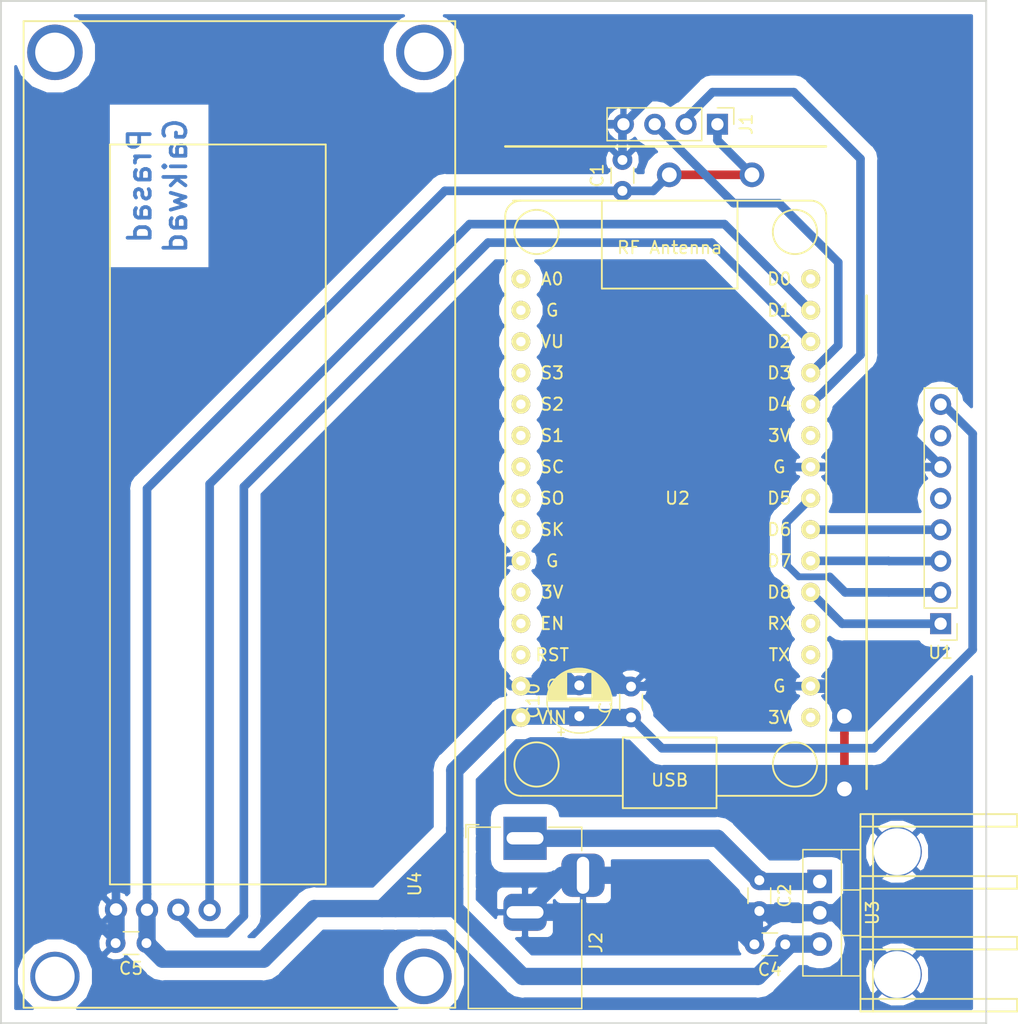
<source format=kicad_pcb>
(kicad_pcb (version 20171130) (host pcbnew "(5.0.2)-1")

  (general
    (thickness 1.6)
    (drawings 7)
    (tracks 177)
    (zones 0)
    (modules 12)
    (nets 31)
  )

  (page A4)
  (layers
    (0 F.Cu signal)
    (31 B.Cu signal)
    (32 B.Adhes user)
    (33 F.Adhes user)
    (34 B.Paste user)
    (35 F.Paste user)
    (36 B.SilkS user)
    (37 F.SilkS user)
    (38 B.Mask user)
    (39 F.Mask user)
    (40 Dwgs.User user)
    (41 Cmts.User user)
    (42 Eco1.User user)
    (43 Eco2.User user)
    (44 Edge.Cuts user)
    (45 Margin user)
    (46 B.CrtYd user)
    (47 F.CrtYd user)
    (48 B.Fab user)
    (49 F.Fab user)
  )

  (setup
    (last_trace_width 0.9)
    (user_trace_width 0.3)
    (user_trace_width 0.4)
    (user_trace_width 0.55)
    (user_trace_width 0.6)
    (user_trace_width 0.7)
    (user_trace_width 0.9)
    (user_trace_width 1.1)
    (user_trace_width 1.4)
    (trace_clearance 0.2)
    (zone_clearance 1)
    (zone_45_only no)
    (trace_min 0.2)
    (segment_width 0.2)
    (edge_width 0.15)
    (via_size 0.8)
    (via_drill 0.4)
    (via_min_size 0.4)
    (via_min_drill 0.3)
    (uvia_size 0.3)
    (uvia_drill 0.1)
    (uvias_allowed no)
    (uvia_min_size 0.2)
    (uvia_min_drill 0.1)
    (pcb_text_width 0.3)
    (pcb_text_size 1.5 1.5)
    (mod_edge_width 0.15)
    (mod_text_size 1 1)
    (mod_text_width 0.15)
    (pad_size 1.524 1.524)
    (pad_drill 0.762)
    (pad_to_mask_clearance 0.051)
    (solder_mask_min_width 0.25)
    (aux_axis_origin 0 0)
    (visible_elements FFFFFF7F)
    (pcbplotparams
      (layerselection 0x01000_fffffffe)
      (usegerberextensions false)
      (usegerberattributes false)
      (usegerberadvancedattributes false)
      (creategerberjobfile false)
      (excludeedgelayer true)
      (linewidth 0.100000)
      (plotframeref false)
      (viasonmask false)
      (mode 1)
      (useauxorigin false)
      (hpglpennumber 1)
      (hpglpenspeed 20)
      (hpglpendiameter 15.000000)
      (psnegative false)
      (psa4output false)
      (plotreference false)
      (plotvalue false)
      (plotinvisibletext false)
      (padsonsilk false)
      (subtractmaskfromsilk false)
      (outputformat 5)
      (mirror false)
      (drillshape 2)
      (scaleselection 1)
      (outputdirectory ""))
  )

  (net 0 "")
  (net 1 "Net-(U2-Pad1)")
  (net 2 "Net-(U2-Pad2)")
  (net 3 "Net-(U2-Pad3)")
  (net 4 "Net-(U2-Pad4)")
  (net 5 "Net-(U2-Pad5)")
  (net 6 "Net-(U2-Pad6)")
  (net 7 "Net-(U2-Pad7)")
  (net 8 "Net-(U2-Pad8)")
  (net 9 "Net-(U2-Pad9)")
  (net 10 GND)
  (net 11 "Net-(U2-Pad11)")
  (net 12 "Net-(U2-Pad12)")
  (net 13 "Net-(U2-Pad13)")
  (net 14 +5V)
  (net 15 "Net-(U2-Pad16)")
  (net 16 "Net-(U2-Pad18)")
  (net 17 "Net-(U2-Pad19)")
  (net 18 /SS)
  (net 19 /MOSI)
  (net 20 /MISO)
  (net 21 /SCK)
  (net 22 "Net-(U2-Pad25)")
  (net 23 /GPS_RX)
  (net 24 /GPS_TX)
  (net 25 /SDA)
  (net 26 /SCL)
  (net 27 "Net-(U2-Pad30)")
  (net 28 "Net-(U1-Pad5)")
  (net 29 "Net-(U1-Pad7)")
  (net 30 "Net-(C2-Pad1)")

  (net_class Default "This is the default net class."
    (clearance 0.2)
    (trace_width 0.25)
    (via_dia 0.8)
    (via_drill 0.4)
    (uvia_dia 0.3)
    (uvia_drill 0.1)
    (add_net +5V)
    (add_net /GPS_RX)
    (add_net /GPS_TX)
    (add_net /MISO)
    (add_net /MOSI)
    (add_net /SCK)
    (add_net /SCL)
    (add_net /SDA)
    (add_net /SS)
    (add_net GND)
    (add_net "Net-(C2-Pad1)")
    (add_net "Net-(U1-Pad5)")
    (add_net "Net-(U1-Pad7)")
    (add_net "Net-(U2-Pad1)")
    (add_net "Net-(U2-Pad11)")
    (add_net "Net-(U2-Pad12)")
    (add_net "Net-(U2-Pad13)")
    (add_net "Net-(U2-Pad16)")
    (add_net "Net-(U2-Pad18)")
    (add_net "Net-(U2-Pad19)")
    (add_net "Net-(U2-Pad2)")
    (add_net "Net-(U2-Pad25)")
    (add_net "Net-(U2-Pad3)")
    (add_net "Net-(U2-Pad30)")
    (add_net "Net-(U2-Pad4)")
    (add_net "Net-(U2-Pad5)")
    (add_net "Net-(U2-Pad6)")
    (add_net "Net-(U2-Pad7)")
    (add_net "Net-(U2-Pad8)")
    (add_net "Net-(U2-Pad9)")
  )

  (module kicad-library:LCD_I2C (layer F.Cu) (tedit 5CF3CE50) (tstamp 5D04A2B3)
    (at 70.84 136.04 90)
    (path /5CF5371F)
    (fp_text reference U4 (at 10.033 -3.2766 90) (layer F.SilkS)
      (effects (font (size 1 1) (thickness 0.15)))
    )
    (fp_text value I2c_LCD (at 12.2174 -1.1938 90) (layer F.Fab)
      (effects (font (size 1 1) (thickness 0.15)))
    )
    (fp_line (start 10 -10.5) (end 70 -10.5) (layer F.SilkS) (width 0.15))
    (fp_line (start 10 -28) (end 70 -28) (layer F.SilkS) (width 0.15))
    (fp_line (start 70 -10.5) (end 70 -28) (layer F.SilkS) (width 0.15))
    (fp_line (start 10 -10.5) (end 10 -28) (layer F.SilkS) (width 0.15))
    (fp_line (start 80 0) (end 80 -35) (layer F.SilkS) (width 0.15))
    (fp_line (start 0 -35) (end 80 -35) (layer F.SilkS) (width 0.15))
    (fp_line (start 0 0) (end 80 0) (layer F.SilkS) (width 0.15))
    (fp_line (start 0 0) (end 0 -35) (layer F.SilkS) (width 0.15))
    (pad 4 thru_hole circle (at 7.9192 -19.9136 90) (size 1.8 1.8) (drill 1) (layers *.Cu *.Mask)
      (net 26 /SCL))
    (pad 3 thru_hole circle (at 7.9446 -22.4536 90) (size 1.8 1.8) (drill 1) (layers *.Cu *.Mask)
      (net 25 /SDA))
    (pad 2 thru_hole circle (at 7.9446 -24.9936 90) (size 1.8 1.8) (drill 1) (layers *.Cu *.Mask)
      (net 14 +5V))
    (pad 1 thru_hole circle (at 7.97 -27.5082 90) (size 1.8 1.8) (drill 1) (layers *.Cu *.Mask)
      (net 10 GND))
    (pad "" np_thru_hole circle (at 77.47 -32.4612 90) (size 4.5 4.5) (drill 3.2) (layers *.Cu *.Mask))
    (pad "" np_thru_hole circle (at 77.47 -2.54 90) (size 4.5 4.5) (drill 3.2) (layers *.Cu *.Mask))
    (pad "" np_thru_hole circle (at 2.54 -2.54 90) (size 4.5 4.5) (drill 3.2) (layers *.Cu *.Mask))
    (pad "" np_thru_hole circle (at 2.54 -32.4612 90) (size 4 4) (drill 3.2) (layers *.Cu *.Mask))
  )

  (module ESP8266:ESP12F-Devkit-V3 (layer F.Cu) (tedit 5B8C418D) (tstamp 5D048C44)
    (at 88.22944 95.99422)
    (path /5CF3E482)
    (fp_text reference U2 (at 0.635 -1.27) (layer F.SilkS)
      (effects (font (size 1 1) (thickness 0.15)))
    )
    (fp_text value "NodeMCU_1.0_(ESP-12E)" (at 0 -6.35) (layer F.Fab)
      (effects (font (size 1 1) (thickness 0.15)))
    )
    (fp_line (start 11.43 22.86) (end 3.81 22.86) (layer F.SilkS) (width 0.15))
    (fp_text user USB (at 0 21.59) (layer F.SilkS)
      (effects (font (size 1 1) (thickness 0.15)))
    )
    (fp_text user "RF Antenna" (at 0 -21.59) (layer F.SilkS)
      (effects (font (size 1 1) (thickness 0.15)))
    )
    (fp_line (start 5.5 -18.27) (end -5.5 -18.27) (layer F.SilkS) (width 0.15))
    (fp_line (start 5.5 -25.4) (end 5.5 -18.27) (layer F.SilkS) (width 0.15))
    (fp_line (start -5.5 -18.27) (end -5.5 -25.4) (layer F.SilkS) (width 0.15))
    (fp_line (start -3.8 23.86) (end -3.8 18.13) (layer F.SilkS) (width 0.15))
    (fp_line (start -3.8 18.13) (end 3.8 18.13) (layer F.SilkS) (width 0.15))
    (fp_line (start 3.8 18.13) (end 3.8 23.86) (layer F.SilkS) (width 0.15))
    (fp_line (start 3.8 23.86) (end -3.8 23.86) (layer F.SilkS) (width 0.15))
    (fp_arc (start -12.065 -24.13) (end -13.335 -24.13) (angle 90) (layer F.SilkS) (width 0.15))
    (fp_arc (start 11.43 -24.13) (end 11.43 -25.4) (angle 90) (layer F.SilkS) (width 0.15))
    (fp_arc (start 11.43 21.59) (end 12.7 21.59) (angle 90) (layer F.SilkS) (width 0.15))
    (fp_arc (start -12.065 21.59) (end -12.065 22.86) (angle 90) (layer F.SilkS) (width 0.15))
    (fp_line (start 12.7 -24.13) (end 12.7 21.59) (layer F.SilkS) (width 0.15))
    (fp_line (start -13.335 -24.13) (end -13.335 21.59) (layer F.SilkS) (width 0.15))
    (fp_line (start -3.81 22.86) (end -12.065 22.86) (layer F.SilkS) (width 0.15))
    (fp_text user VIN (at -9.525 16.51) (layer F.SilkS)
      (effects (font (size 1 1) (thickness 0.15)))
    )
    (fp_text user G (at -9.525 13.97) (layer F.SilkS)
      (effects (font (size 1 1) (thickness 0.15)))
    )
    (fp_text user RST (at -9.525 11.43) (layer F.SilkS)
      (effects (font (size 1 1) (thickness 0.15)))
    )
    (fp_text user EN (at -9.525 8.89) (layer F.SilkS)
      (effects (font (size 1 1) (thickness 0.15)))
    )
    (fp_text user 3V (at -9.525 6.35) (layer F.SilkS)
      (effects (font (size 1 1) (thickness 0.15)))
    )
    (fp_text user G (at -9.525 3.81) (layer F.SilkS)
      (effects (font (size 1 1) (thickness 0.15)))
    )
    (fp_text user SK (at -9.525 1.27) (layer F.SilkS)
      (effects (font (size 1 1) (thickness 0.15)))
    )
    (fp_text user SO (at -9.525 -1.27) (layer F.SilkS)
      (effects (font (size 1 1) (thickness 0.15)))
    )
    (fp_text user SC (at -9.525 -3.81) (layer F.SilkS)
      (effects (font (size 1 1) (thickness 0.15)))
    )
    (fp_text user S1 (at -9.525 -6.35) (layer F.SilkS)
      (effects (font (size 1 1) (thickness 0.15)))
    )
    (fp_text user S2 (at -9.525 -8.89) (layer F.SilkS)
      (effects (font (size 1 1) (thickness 0.15)))
    )
    (fp_text user S3 (at -9.525 -11.43) (layer F.SilkS)
      (effects (font (size 1 1) (thickness 0.15)))
    )
    (fp_text user VU (at -9.525 -13.97) (layer F.SilkS)
      (effects (font (size 1 1) (thickness 0.15)))
    )
    (fp_text user G (at -9.525 -16.51) (layer F.SilkS)
      (effects (font (size 1 1) (thickness 0.15)))
    )
    (fp_text user A0 (at -9.525 -19.05) (layer F.SilkS)
      (effects (font (size 1 1) (thickness 0.15)))
    )
    (fp_text user 3V (at 8.89 16.51) (layer F.SilkS)
      (effects (font (size 1 1) (thickness 0.15)))
    )
    (fp_text user G (at 8.89 13.97) (layer F.SilkS)
      (effects (font (size 1 1) (thickness 0.15)))
    )
    (fp_text user TX (at 8.89 11.43) (layer F.SilkS)
      (effects (font (size 1 1) (thickness 0.15)))
    )
    (fp_text user RX (at 8.89 8.89) (layer F.SilkS)
      (effects (font (size 1 1) (thickness 0.15)))
    )
    (fp_text user D8 (at 8.89 6.35) (layer F.SilkS)
      (effects (font (size 1 1) (thickness 0.15)))
    )
    (fp_text user D7 (at 8.89 3.81) (layer F.SilkS)
      (effects (font (size 1 1) (thickness 0.15)))
    )
    (fp_text user D6 (at 8.89 1.27) (layer F.SilkS)
      (effects (font (size 1 1) (thickness 0.15)))
    )
    (fp_text user D5 (at 8.89 -1.27) (layer F.SilkS)
      (effects (font (size 1 1) (thickness 0.15)))
    )
    (fp_text user G (at 8.89 -3.81) (layer F.SilkS)
      (effects (font (size 1 1) (thickness 0.15)))
    )
    (fp_text user 3V (at 8.89 -6.35) (layer F.SilkS)
      (effects (font (size 1 1) (thickness 0.15)))
    )
    (fp_text user D4 (at 8.89 -8.89) (layer F.SilkS)
      (effects (font (size 1 1) (thickness 0.15)))
    )
    (fp_text user D3 (at 8.89 -11.43) (layer F.SilkS)
      (effects (font (size 1 1) (thickness 0.15)))
    )
    (fp_text user D2 (at 8.89 -13.97) (layer F.SilkS)
      (effects (font (size 1 1) (thickness 0.15)))
    )
    (fp_text user D1 (at 8.89 -16.51) (layer F.SilkS)
      (effects (font (size 1 1) (thickness 0.15)))
    )
    (fp_text user D0 (at 8.89 -19.05) (layer F.SilkS)
      (effects (font (size 1 1) (thickness 0.15)))
    )
    (fp_circle (center 10.16 20.32) (end 11.43 19.05) (layer F.SilkS) (width 0.15))
    (fp_circle (center -10.795 20.32) (end -9.525 19.05) (layer F.SilkS) (width 0.15))
    (fp_circle (center -10.795 -22.86) (end -9.525 -24.13) (layer F.SilkS) (width 0.15))
    (fp_circle (center 10.16 -22.86) (end 11.43 -24.13) (layer F.SilkS) (width 0.15))
    (fp_line (start 11.43 -25.4) (end -12.7 -25.4) (layer F.SilkS) (width 0.15))
    (pad 1 thru_hole circle (at -12.065 -19.05) (size 1.524 1.524) (drill 0.762) (layers *.Cu *.Mask F.SilkS)
      (net 1 "Net-(U2-Pad1)"))
    (pad 2 thru_hole circle (at -12.065 -16.51) (size 1.524 1.524) (drill 0.762) (layers *.Cu *.Mask F.SilkS)
      (net 2 "Net-(U2-Pad2)"))
    (pad 3 thru_hole circle (at -12.065 -13.97) (size 1.524 1.524) (drill 0.762) (layers *.Cu *.Mask F.SilkS)
      (net 3 "Net-(U2-Pad3)"))
    (pad 4 thru_hole circle (at -12.065 -11.43) (size 1.524 1.524) (drill 0.762) (layers *.Cu *.Mask F.SilkS)
      (net 4 "Net-(U2-Pad4)"))
    (pad 5 thru_hole circle (at -12.065 -8.89) (size 1.524 1.524) (drill 0.762) (layers *.Cu *.Mask F.SilkS)
      (net 5 "Net-(U2-Pad5)"))
    (pad 6 thru_hole circle (at -12.065 -6.35) (size 1.524 1.524) (drill 0.762) (layers *.Cu *.Mask F.SilkS)
      (net 6 "Net-(U2-Pad6)"))
    (pad 7 thru_hole circle (at -12.065 -3.81) (size 1.524 1.524) (drill 0.762) (layers *.Cu *.Mask F.SilkS)
      (net 7 "Net-(U2-Pad7)"))
    (pad 8 thru_hole circle (at -12.065 -1.27) (size 1.524 1.524) (drill 0.762) (layers *.Cu *.Mask F.SilkS)
      (net 8 "Net-(U2-Pad8)"))
    (pad 9 thru_hole circle (at -12.065 1.27) (size 1.524 1.524) (drill 0.762) (layers *.Cu *.Mask F.SilkS)
      (net 9 "Net-(U2-Pad9)"))
    (pad 10 thru_hole circle (at -12.065 3.81) (size 1.524 1.524) (drill 0.762) (layers *.Cu *.Mask F.SilkS)
      (net 10 GND))
    (pad 11 thru_hole circle (at -12.065 6.35) (size 1.524 1.524) (drill 0.762) (layers *.Cu *.Mask F.SilkS)
      (net 11 "Net-(U2-Pad11)"))
    (pad 12 thru_hole circle (at -12.065 8.89) (size 1.524 1.524) (drill 0.762) (layers *.Cu *.Mask F.SilkS)
      (net 12 "Net-(U2-Pad12)"))
    (pad 13 thru_hole circle (at -12.065 11.43) (size 1.524 1.524) (drill 0.762) (layers *.Cu *.Mask F.SilkS)
      (net 13 "Net-(U2-Pad13)"))
    (pad 14 thru_hole circle (at -12.065 13.97) (size 1.524 1.524) (drill 0.762) (layers *.Cu *.Mask F.SilkS)
      (net 10 GND))
    (pad 15 thru_hole circle (at -12.065 16.51) (size 1.524 1.524) (drill 0.762) (layers *.Cu *.Mask F.SilkS)
      (net 14 +5V))
    (pad 16 thru_hole circle (at 11.43 16.51) (size 1.524 1.524) (drill 0.762) (layers *.Cu *.Mask F.SilkS)
      (net 15 "Net-(U2-Pad16)"))
    (pad 17 thru_hole circle (at 11.43 13.97) (size 1.524 1.524) (drill 0.762) (layers *.Cu *.Mask F.SilkS)
      (net 10 GND))
    (pad 18 thru_hole circle (at 11.43 11.43) (size 1.524 1.524) (drill 0.762) (layers *.Cu *.Mask F.SilkS)
      (net 16 "Net-(U2-Pad18)"))
    (pad 19 thru_hole circle (at 11.43 8.89) (size 1.524 1.524) (drill 0.762) (layers *.Cu *.Mask F.SilkS)
      (net 17 "Net-(U2-Pad19)"))
    (pad 20 thru_hole circle (at 11.43 6.35) (size 1.524 1.524) (drill 0.762) (layers *.Cu *.Mask F.SilkS)
      (net 18 /SS))
    (pad 21 thru_hole circle (at 11.43 3.81) (size 1.524 1.524) (drill 0.762) (layers *.Cu *.Mask F.SilkS)
      (net 19 /MOSI))
    (pad 22 thru_hole circle (at 11.43 1.27) (size 1.524 1.524) (drill 0.762) (layers *.Cu *.Mask F.SilkS)
      (net 20 /MISO))
    (pad 23 thru_hole circle (at 11.43 -1.27) (size 1.524 1.524) (drill 0.762) (layers *.Cu *.Mask F.SilkS)
      (net 21 /SCK))
    (pad 24 thru_hole circle (at 11.43 -3.81) (size 1.524 1.524) (drill 0.762) (layers *.Cu *.Mask F.SilkS)
      (net 10 GND))
    (pad 25 thru_hole circle (at 11.43 -6.35) (size 1.524 1.524) (drill 0.762) (layers *.Cu *.Mask F.SilkS)
      (net 22 "Net-(U2-Pad25)"))
    (pad 26 thru_hole circle (at 11.43 -8.89) (size 1.524 1.524) (drill 0.762) (layers *.Cu *.Mask F.SilkS)
      (net 23 /GPS_RX))
    (pad 27 thru_hole circle (at 11.43 -11.43) (size 1.524 1.524) (drill 0.762) (layers *.Cu *.Mask F.SilkS)
      (net 24 /GPS_TX))
    (pad 28 thru_hole circle (at 11.43 -13.97) (size 1.524 1.524) (drill 0.762) (layers *.Cu *.Mask F.SilkS)
      (net 25 /SDA))
    (pad 29 thru_hole circle (at 11.43 -16.51) (size 1.524 1.524) (drill 0.762) (layers *.Cu *.Mask F.SilkS)
      (net 26 /SCL))
    (pad 30 thru_hole circle (at 11.43 -19.05) (size 1.524 1.524) (drill 0.762) (layers *.Cu *.Mask F.SilkS)
      (net 27 "Net-(U2-Pad30)"))
  )

  (module Capacitor_THT:CP_Radial_D5.0mm_P2.50mm (layer F.Cu) (tedit 5AE50EF0) (tstamp 5D045088)
    (at 80.9 112.4 90)
    (descr "CP, Radial series, Radial, pin pitch=2.50mm, , diameter=5mm, Electrolytic Capacitor")
    (tags "CP Radial series Radial pin pitch 2.50mm  diameter 5mm Electrolytic Capacitor")
    (path /5CF8846C)
    (fp_text reference C10 (at 1.25 -3.75 90) (layer F.SilkS)
      (effects (font (size 1 1) (thickness 0.15)))
    )
    (fp_text value 1uF (at 1.25 3.75 90) (layer F.Fab)
      (effects (font (size 1 1) (thickness 0.15)))
    )
    (fp_text user %R (at 1.25 0 90) (layer F.Fab)
      (effects (font (size 1 1) (thickness 0.15)))
    )
    (fp_line (start -1.304775 -1.725) (end -1.304775 -1.225) (layer F.SilkS) (width 0.12))
    (fp_line (start -1.554775 -1.475) (end -1.054775 -1.475) (layer F.SilkS) (width 0.12))
    (fp_line (start 3.851 -0.284) (end 3.851 0.284) (layer F.SilkS) (width 0.12))
    (fp_line (start 3.811 -0.518) (end 3.811 0.518) (layer F.SilkS) (width 0.12))
    (fp_line (start 3.771 -0.677) (end 3.771 0.677) (layer F.SilkS) (width 0.12))
    (fp_line (start 3.731 -0.805) (end 3.731 0.805) (layer F.SilkS) (width 0.12))
    (fp_line (start 3.691 -0.915) (end 3.691 0.915) (layer F.SilkS) (width 0.12))
    (fp_line (start 3.651 -1.011) (end 3.651 1.011) (layer F.SilkS) (width 0.12))
    (fp_line (start 3.611 -1.098) (end 3.611 1.098) (layer F.SilkS) (width 0.12))
    (fp_line (start 3.571 -1.178) (end 3.571 1.178) (layer F.SilkS) (width 0.12))
    (fp_line (start 3.531 1.04) (end 3.531 1.251) (layer F.SilkS) (width 0.12))
    (fp_line (start 3.531 -1.251) (end 3.531 -1.04) (layer F.SilkS) (width 0.12))
    (fp_line (start 3.491 1.04) (end 3.491 1.319) (layer F.SilkS) (width 0.12))
    (fp_line (start 3.491 -1.319) (end 3.491 -1.04) (layer F.SilkS) (width 0.12))
    (fp_line (start 3.451 1.04) (end 3.451 1.383) (layer F.SilkS) (width 0.12))
    (fp_line (start 3.451 -1.383) (end 3.451 -1.04) (layer F.SilkS) (width 0.12))
    (fp_line (start 3.411 1.04) (end 3.411 1.443) (layer F.SilkS) (width 0.12))
    (fp_line (start 3.411 -1.443) (end 3.411 -1.04) (layer F.SilkS) (width 0.12))
    (fp_line (start 3.371 1.04) (end 3.371 1.5) (layer F.SilkS) (width 0.12))
    (fp_line (start 3.371 -1.5) (end 3.371 -1.04) (layer F.SilkS) (width 0.12))
    (fp_line (start 3.331 1.04) (end 3.331 1.554) (layer F.SilkS) (width 0.12))
    (fp_line (start 3.331 -1.554) (end 3.331 -1.04) (layer F.SilkS) (width 0.12))
    (fp_line (start 3.291 1.04) (end 3.291 1.605) (layer F.SilkS) (width 0.12))
    (fp_line (start 3.291 -1.605) (end 3.291 -1.04) (layer F.SilkS) (width 0.12))
    (fp_line (start 3.251 1.04) (end 3.251 1.653) (layer F.SilkS) (width 0.12))
    (fp_line (start 3.251 -1.653) (end 3.251 -1.04) (layer F.SilkS) (width 0.12))
    (fp_line (start 3.211 1.04) (end 3.211 1.699) (layer F.SilkS) (width 0.12))
    (fp_line (start 3.211 -1.699) (end 3.211 -1.04) (layer F.SilkS) (width 0.12))
    (fp_line (start 3.171 1.04) (end 3.171 1.743) (layer F.SilkS) (width 0.12))
    (fp_line (start 3.171 -1.743) (end 3.171 -1.04) (layer F.SilkS) (width 0.12))
    (fp_line (start 3.131 1.04) (end 3.131 1.785) (layer F.SilkS) (width 0.12))
    (fp_line (start 3.131 -1.785) (end 3.131 -1.04) (layer F.SilkS) (width 0.12))
    (fp_line (start 3.091 1.04) (end 3.091 1.826) (layer F.SilkS) (width 0.12))
    (fp_line (start 3.091 -1.826) (end 3.091 -1.04) (layer F.SilkS) (width 0.12))
    (fp_line (start 3.051 1.04) (end 3.051 1.864) (layer F.SilkS) (width 0.12))
    (fp_line (start 3.051 -1.864) (end 3.051 -1.04) (layer F.SilkS) (width 0.12))
    (fp_line (start 3.011 1.04) (end 3.011 1.901) (layer F.SilkS) (width 0.12))
    (fp_line (start 3.011 -1.901) (end 3.011 -1.04) (layer F.SilkS) (width 0.12))
    (fp_line (start 2.971 1.04) (end 2.971 1.937) (layer F.SilkS) (width 0.12))
    (fp_line (start 2.971 -1.937) (end 2.971 -1.04) (layer F.SilkS) (width 0.12))
    (fp_line (start 2.931 1.04) (end 2.931 1.971) (layer F.SilkS) (width 0.12))
    (fp_line (start 2.931 -1.971) (end 2.931 -1.04) (layer F.SilkS) (width 0.12))
    (fp_line (start 2.891 1.04) (end 2.891 2.004) (layer F.SilkS) (width 0.12))
    (fp_line (start 2.891 -2.004) (end 2.891 -1.04) (layer F.SilkS) (width 0.12))
    (fp_line (start 2.851 1.04) (end 2.851 2.035) (layer F.SilkS) (width 0.12))
    (fp_line (start 2.851 -2.035) (end 2.851 -1.04) (layer F.SilkS) (width 0.12))
    (fp_line (start 2.811 1.04) (end 2.811 2.065) (layer F.SilkS) (width 0.12))
    (fp_line (start 2.811 -2.065) (end 2.811 -1.04) (layer F.SilkS) (width 0.12))
    (fp_line (start 2.771 1.04) (end 2.771 2.095) (layer F.SilkS) (width 0.12))
    (fp_line (start 2.771 -2.095) (end 2.771 -1.04) (layer F.SilkS) (width 0.12))
    (fp_line (start 2.731 1.04) (end 2.731 2.122) (layer F.SilkS) (width 0.12))
    (fp_line (start 2.731 -2.122) (end 2.731 -1.04) (layer F.SilkS) (width 0.12))
    (fp_line (start 2.691 1.04) (end 2.691 2.149) (layer F.SilkS) (width 0.12))
    (fp_line (start 2.691 -2.149) (end 2.691 -1.04) (layer F.SilkS) (width 0.12))
    (fp_line (start 2.651 1.04) (end 2.651 2.175) (layer F.SilkS) (width 0.12))
    (fp_line (start 2.651 -2.175) (end 2.651 -1.04) (layer F.SilkS) (width 0.12))
    (fp_line (start 2.611 1.04) (end 2.611 2.2) (layer F.SilkS) (width 0.12))
    (fp_line (start 2.611 -2.2) (end 2.611 -1.04) (layer F.SilkS) (width 0.12))
    (fp_line (start 2.571 1.04) (end 2.571 2.224) (layer F.SilkS) (width 0.12))
    (fp_line (start 2.571 -2.224) (end 2.571 -1.04) (layer F.SilkS) (width 0.12))
    (fp_line (start 2.531 1.04) (end 2.531 2.247) (layer F.SilkS) (width 0.12))
    (fp_line (start 2.531 -2.247) (end 2.531 -1.04) (layer F.SilkS) (width 0.12))
    (fp_line (start 2.491 1.04) (end 2.491 2.268) (layer F.SilkS) (width 0.12))
    (fp_line (start 2.491 -2.268) (end 2.491 -1.04) (layer F.SilkS) (width 0.12))
    (fp_line (start 2.451 1.04) (end 2.451 2.29) (layer F.SilkS) (width 0.12))
    (fp_line (start 2.451 -2.29) (end 2.451 -1.04) (layer F.SilkS) (width 0.12))
    (fp_line (start 2.411 1.04) (end 2.411 2.31) (layer F.SilkS) (width 0.12))
    (fp_line (start 2.411 -2.31) (end 2.411 -1.04) (layer F.SilkS) (width 0.12))
    (fp_line (start 2.371 1.04) (end 2.371 2.329) (layer F.SilkS) (width 0.12))
    (fp_line (start 2.371 -2.329) (end 2.371 -1.04) (layer F.SilkS) (width 0.12))
    (fp_line (start 2.331 1.04) (end 2.331 2.348) (layer F.SilkS) (width 0.12))
    (fp_line (start 2.331 -2.348) (end 2.331 -1.04) (layer F.SilkS) (width 0.12))
    (fp_line (start 2.291 1.04) (end 2.291 2.365) (layer F.SilkS) (width 0.12))
    (fp_line (start 2.291 -2.365) (end 2.291 -1.04) (layer F.SilkS) (width 0.12))
    (fp_line (start 2.251 1.04) (end 2.251 2.382) (layer F.SilkS) (width 0.12))
    (fp_line (start 2.251 -2.382) (end 2.251 -1.04) (layer F.SilkS) (width 0.12))
    (fp_line (start 2.211 1.04) (end 2.211 2.398) (layer F.SilkS) (width 0.12))
    (fp_line (start 2.211 -2.398) (end 2.211 -1.04) (layer F.SilkS) (width 0.12))
    (fp_line (start 2.171 1.04) (end 2.171 2.414) (layer F.SilkS) (width 0.12))
    (fp_line (start 2.171 -2.414) (end 2.171 -1.04) (layer F.SilkS) (width 0.12))
    (fp_line (start 2.131 1.04) (end 2.131 2.428) (layer F.SilkS) (width 0.12))
    (fp_line (start 2.131 -2.428) (end 2.131 -1.04) (layer F.SilkS) (width 0.12))
    (fp_line (start 2.091 1.04) (end 2.091 2.442) (layer F.SilkS) (width 0.12))
    (fp_line (start 2.091 -2.442) (end 2.091 -1.04) (layer F.SilkS) (width 0.12))
    (fp_line (start 2.051 1.04) (end 2.051 2.455) (layer F.SilkS) (width 0.12))
    (fp_line (start 2.051 -2.455) (end 2.051 -1.04) (layer F.SilkS) (width 0.12))
    (fp_line (start 2.011 1.04) (end 2.011 2.468) (layer F.SilkS) (width 0.12))
    (fp_line (start 2.011 -2.468) (end 2.011 -1.04) (layer F.SilkS) (width 0.12))
    (fp_line (start 1.971 1.04) (end 1.971 2.48) (layer F.SilkS) (width 0.12))
    (fp_line (start 1.971 -2.48) (end 1.971 -1.04) (layer F.SilkS) (width 0.12))
    (fp_line (start 1.93 1.04) (end 1.93 2.491) (layer F.SilkS) (width 0.12))
    (fp_line (start 1.93 -2.491) (end 1.93 -1.04) (layer F.SilkS) (width 0.12))
    (fp_line (start 1.89 1.04) (end 1.89 2.501) (layer F.SilkS) (width 0.12))
    (fp_line (start 1.89 -2.501) (end 1.89 -1.04) (layer F.SilkS) (width 0.12))
    (fp_line (start 1.85 1.04) (end 1.85 2.511) (layer F.SilkS) (width 0.12))
    (fp_line (start 1.85 -2.511) (end 1.85 -1.04) (layer F.SilkS) (width 0.12))
    (fp_line (start 1.81 1.04) (end 1.81 2.52) (layer F.SilkS) (width 0.12))
    (fp_line (start 1.81 -2.52) (end 1.81 -1.04) (layer F.SilkS) (width 0.12))
    (fp_line (start 1.77 1.04) (end 1.77 2.528) (layer F.SilkS) (width 0.12))
    (fp_line (start 1.77 -2.528) (end 1.77 -1.04) (layer F.SilkS) (width 0.12))
    (fp_line (start 1.73 1.04) (end 1.73 2.536) (layer F.SilkS) (width 0.12))
    (fp_line (start 1.73 -2.536) (end 1.73 -1.04) (layer F.SilkS) (width 0.12))
    (fp_line (start 1.69 1.04) (end 1.69 2.543) (layer F.SilkS) (width 0.12))
    (fp_line (start 1.69 -2.543) (end 1.69 -1.04) (layer F.SilkS) (width 0.12))
    (fp_line (start 1.65 1.04) (end 1.65 2.55) (layer F.SilkS) (width 0.12))
    (fp_line (start 1.65 -2.55) (end 1.65 -1.04) (layer F.SilkS) (width 0.12))
    (fp_line (start 1.61 1.04) (end 1.61 2.556) (layer F.SilkS) (width 0.12))
    (fp_line (start 1.61 -2.556) (end 1.61 -1.04) (layer F.SilkS) (width 0.12))
    (fp_line (start 1.57 1.04) (end 1.57 2.561) (layer F.SilkS) (width 0.12))
    (fp_line (start 1.57 -2.561) (end 1.57 -1.04) (layer F.SilkS) (width 0.12))
    (fp_line (start 1.53 1.04) (end 1.53 2.565) (layer F.SilkS) (width 0.12))
    (fp_line (start 1.53 -2.565) (end 1.53 -1.04) (layer F.SilkS) (width 0.12))
    (fp_line (start 1.49 1.04) (end 1.49 2.569) (layer F.SilkS) (width 0.12))
    (fp_line (start 1.49 -2.569) (end 1.49 -1.04) (layer F.SilkS) (width 0.12))
    (fp_line (start 1.45 -2.573) (end 1.45 2.573) (layer F.SilkS) (width 0.12))
    (fp_line (start 1.41 -2.576) (end 1.41 2.576) (layer F.SilkS) (width 0.12))
    (fp_line (start 1.37 -2.578) (end 1.37 2.578) (layer F.SilkS) (width 0.12))
    (fp_line (start 1.33 -2.579) (end 1.33 2.579) (layer F.SilkS) (width 0.12))
    (fp_line (start 1.29 -2.58) (end 1.29 2.58) (layer F.SilkS) (width 0.12))
    (fp_line (start 1.25 -2.58) (end 1.25 2.58) (layer F.SilkS) (width 0.12))
    (fp_line (start -0.633605 -1.3375) (end -0.633605 -0.8375) (layer F.Fab) (width 0.1))
    (fp_line (start -0.883605 -1.0875) (end -0.383605 -1.0875) (layer F.Fab) (width 0.1))
    (fp_circle (center 1.25 0) (end 4 0) (layer F.CrtYd) (width 0.05))
    (fp_circle (center 1.25 0) (end 3.87 0) (layer F.SilkS) (width 0.12))
    (fp_circle (center 1.25 0) (end 3.75 0) (layer F.Fab) (width 0.1))
    (pad 2 thru_hole circle (at 2.5 0 90) (size 1.6 1.6) (drill 0.8) (layers *.Cu *.Mask)
      (net 10 GND))
    (pad 1 thru_hole rect (at 0 0 90) (size 1.6 1.6) (drill 0.8) (layers *.Cu *.Mask)
      (net 14 +5V))
    (model ${KISYS3DMOD}/Capacitor_THT.3dshapes/CP_Radial_D5.0mm_P2.50mm.wrl
      (at (xyz 0 0 0))
      (scale (xyz 1 1 1))
      (rotate (xyz 0 0 0))
    )
  )

  (module Capacitor_THT:C_Disc_D3.0mm_W1.6mm_P2.50mm (layer F.Cu) (tedit 5AE50EF0) (tstamp 5D044E78)
    (at 85.1 112.5 90)
    (descr "C, Disc series, Radial, pin pitch=2.50mm, , diameter*width=3.0*1.6mm^2, Capacitor, http://www.vishay.com/docs/45233/krseries.pdf")
    (tags "C Disc series Radial pin pitch 2.50mm  diameter 3.0mm width 1.6mm Capacitor")
    (path /5CF8837F)
    (fp_text reference C9 (at 1.25 -2.05 90) (layer F.SilkS)
      (effects (font (size 1 1) (thickness 0.15)))
    )
    (fp_text value .1uF (at 1.25 2.05 90) (layer F.Fab)
      (effects (font (size 1 1) (thickness 0.15)))
    )
    (fp_text user %R (at 1.25 0 90) (layer F.Fab)
      (effects (font (size 0.6 0.6) (thickness 0.09)))
    )
    (fp_line (start 3.55 -1.05) (end -1.05 -1.05) (layer F.CrtYd) (width 0.05))
    (fp_line (start 3.55 1.05) (end 3.55 -1.05) (layer F.CrtYd) (width 0.05))
    (fp_line (start -1.05 1.05) (end 3.55 1.05) (layer F.CrtYd) (width 0.05))
    (fp_line (start -1.05 -1.05) (end -1.05 1.05) (layer F.CrtYd) (width 0.05))
    (fp_line (start 0.621 0.92) (end 1.879 0.92) (layer F.SilkS) (width 0.12))
    (fp_line (start 0.621 -0.92) (end 1.879 -0.92) (layer F.SilkS) (width 0.12))
    (fp_line (start 2.75 -0.8) (end -0.25 -0.8) (layer F.Fab) (width 0.1))
    (fp_line (start 2.75 0.8) (end 2.75 -0.8) (layer F.Fab) (width 0.1))
    (fp_line (start -0.25 0.8) (end 2.75 0.8) (layer F.Fab) (width 0.1))
    (fp_line (start -0.25 -0.8) (end -0.25 0.8) (layer F.Fab) (width 0.1))
    (pad 2 thru_hole circle (at 2.5 0 90) (size 1.6 1.6) (drill 0.8) (layers *.Cu *.Mask)
      (net 10 GND))
    (pad 1 thru_hole circle (at 0 0 90) (size 1.6 1.6) (drill 0.8) (layers *.Cu *.Mask)
      (net 14 +5V))
    (model ${KISYS3DMOD}/Capacitor_THT.3dshapes/C_Disc_D3.0mm_W1.6mm_P2.50mm.wrl
      (at (xyz 0 0 0))
      (scale (xyz 1 1 1))
      (rotate (xyz 0 0 0))
    )
  )

  (module Capacitor_THT:C_Disc_D3.0mm_W1.6mm_P2.50mm (layer F.Cu) (tedit 5AE50EF0) (tstamp 5D044E56)
    (at 45.8 130.8 180)
    (descr "C, Disc series, Radial, pin pitch=2.50mm, , diameter*width=3.0*1.6mm^2, Capacitor, http://www.vishay.com/docs/45233/krseries.pdf")
    (tags "C Disc series Radial pin pitch 2.50mm  diameter 3.0mm width 1.6mm Capacitor")
    (path /5CF8AD8A)
    (fp_text reference C5 (at 1.25 -2.05 180) (layer F.SilkS)
      (effects (font (size 1 1) (thickness 0.15)))
    )
    (fp_text value .1uF (at 1.25 2.05 180) (layer F.Fab)
      (effects (font (size 1 1) (thickness 0.15)))
    )
    (fp_text user %R (at 1.25 0 180) (layer F.Fab)
      (effects (font (size 0.6 0.6) (thickness 0.09)))
    )
    (fp_line (start 3.55 -1.05) (end -1.05 -1.05) (layer F.CrtYd) (width 0.05))
    (fp_line (start 3.55 1.05) (end 3.55 -1.05) (layer F.CrtYd) (width 0.05))
    (fp_line (start -1.05 1.05) (end 3.55 1.05) (layer F.CrtYd) (width 0.05))
    (fp_line (start -1.05 -1.05) (end -1.05 1.05) (layer F.CrtYd) (width 0.05))
    (fp_line (start 0.621 0.92) (end 1.879 0.92) (layer F.SilkS) (width 0.12))
    (fp_line (start 0.621 -0.92) (end 1.879 -0.92) (layer F.SilkS) (width 0.12))
    (fp_line (start 2.75 -0.8) (end -0.25 -0.8) (layer F.Fab) (width 0.1))
    (fp_line (start 2.75 0.8) (end 2.75 -0.8) (layer F.Fab) (width 0.1))
    (fp_line (start -0.25 0.8) (end 2.75 0.8) (layer F.Fab) (width 0.1))
    (fp_line (start -0.25 -0.8) (end -0.25 0.8) (layer F.Fab) (width 0.1))
    (pad 2 thru_hole circle (at 2.5 0 180) (size 1.6 1.6) (drill 0.8) (layers *.Cu *.Mask)
      (net 10 GND))
    (pad 1 thru_hole circle (at 0 0 180) (size 1.6 1.6) (drill 0.8) (layers *.Cu *.Mask)
      (net 14 +5V))
    (model ${KISYS3DMOD}/Capacitor_THT.3dshapes/C_Disc_D3.0mm_W1.6mm_P2.50mm.wrl
      (at (xyz 0 0 0))
      (scale (xyz 1 1 1))
      (rotate (xyz 0 0 0))
    )
  )

  (module Capacitor_THT:C_Disc_D3.0mm_W1.6mm_P2.50mm (layer F.Cu) (tedit 5AE50EF0) (tstamp 5D044E45)
    (at 97.6 130.9 180)
    (descr "C, Disc series, Radial, pin pitch=2.50mm, , diameter*width=3.0*1.6mm^2, Capacitor, http://www.vishay.com/docs/45233/krseries.pdf")
    (tags "C Disc series Radial pin pitch 2.50mm  diameter 3.0mm width 1.6mm Capacitor")
    (path /5CF81134)
    (fp_text reference C4 (at 1.25 -2.05 180) (layer F.SilkS)
      (effects (font (size 1 1) (thickness 0.15)))
    )
    (fp_text value .1uF (at 1.25 2.05 180) (layer F.Fab)
      (effects (font (size 1 1) (thickness 0.15)))
    )
    (fp_line (start -0.25 -0.8) (end -0.25 0.8) (layer F.Fab) (width 0.1))
    (fp_line (start -0.25 0.8) (end 2.75 0.8) (layer F.Fab) (width 0.1))
    (fp_line (start 2.75 0.8) (end 2.75 -0.8) (layer F.Fab) (width 0.1))
    (fp_line (start 2.75 -0.8) (end -0.25 -0.8) (layer F.Fab) (width 0.1))
    (fp_line (start 0.621 -0.92) (end 1.879 -0.92) (layer F.SilkS) (width 0.12))
    (fp_line (start 0.621 0.92) (end 1.879 0.92) (layer F.SilkS) (width 0.12))
    (fp_line (start -1.05 -1.05) (end -1.05 1.05) (layer F.CrtYd) (width 0.05))
    (fp_line (start -1.05 1.05) (end 3.55 1.05) (layer F.CrtYd) (width 0.05))
    (fp_line (start 3.55 1.05) (end 3.55 -1.05) (layer F.CrtYd) (width 0.05))
    (fp_line (start 3.55 -1.05) (end -1.05 -1.05) (layer F.CrtYd) (width 0.05))
    (fp_text user %R (at 1.25 0 180) (layer F.Fab)
      (effects (font (size 0.6 0.6) (thickness 0.09)))
    )
    (pad 1 thru_hole circle (at 0 0 180) (size 1.6 1.6) (drill 0.8) (layers *.Cu *.Mask)
      (net 14 +5V))
    (pad 2 thru_hole circle (at 2.5 0 180) (size 1.6 1.6) (drill 0.8) (layers *.Cu *.Mask)
      (net 10 GND))
    (model ${KISYS3DMOD}/Capacitor_THT.3dshapes/C_Disc_D3.0mm_W1.6mm_P2.50mm.wrl
      (at (xyz 0 0 0))
      (scale (xyz 1 1 1))
      (rotate (xyz 0 0 0))
    )
  )

  (module Capacitor_THT:C_Disc_D3.0mm_W1.6mm_P2.50mm (layer F.Cu) (tedit 5AE50EF0) (tstamp 5D044E34)
    (at 95.5 125.7 270)
    (descr "C, Disc series, Radial, pin pitch=2.50mm, , diameter*width=3.0*1.6mm^2, Capacitor, http://www.vishay.com/docs/45233/krseries.pdf")
    (tags "C Disc series Radial pin pitch 2.50mm  diameter 3.0mm width 1.6mm Capacitor")
    (path /5CF80F73)
    (fp_text reference C2 (at 1.25 -2.05 270) (layer F.SilkS)
      (effects (font (size 1 1) (thickness 0.15)))
    )
    (fp_text value .33uF (at 1.25 2.05 270) (layer F.Fab)
      (effects (font (size 1 1) (thickness 0.15)))
    )
    (fp_text user %R (at 1.25 0 270) (layer F.Fab)
      (effects (font (size 0.6 0.6) (thickness 0.09)))
    )
    (fp_line (start 3.55 -1.05) (end -1.05 -1.05) (layer F.CrtYd) (width 0.05))
    (fp_line (start 3.55 1.05) (end 3.55 -1.05) (layer F.CrtYd) (width 0.05))
    (fp_line (start -1.05 1.05) (end 3.55 1.05) (layer F.CrtYd) (width 0.05))
    (fp_line (start -1.05 -1.05) (end -1.05 1.05) (layer F.CrtYd) (width 0.05))
    (fp_line (start 0.621 0.92) (end 1.879 0.92) (layer F.SilkS) (width 0.12))
    (fp_line (start 0.621 -0.92) (end 1.879 -0.92) (layer F.SilkS) (width 0.12))
    (fp_line (start 2.75 -0.8) (end -0.25 -0.8) (layer F.Fab) (width 0.1))
    (fp_line (start 2.75 0.8) (end 2.75 -0.8) (layer F.Fab) (width 0.1))
    (fp_line (start -0.25 0.8) (end 2.75 0.8) (layer F.Fab) (width 0.1))
    (fp_line (start -0.25 -0.8) (end -0.25 0.8) (layer F.Fab) (width 0.1))
    (pad 2 thru_hole circle (at 2.5 0 270) (size 1.6 1.6) (drill 0.8) (layers *.Cu *.Mask)
      (net 10 GND))
    (pad 1 thru_hole circle (at 0 0 270) (size 1.6 1.6) (drill 0.8) (layers *.Cu *.Mask)
      (net 30 "Net-(C2-Pad1)"))
    (model ${KISYS3DMOD}/Capacitor_THT.3dshapes/C_Disc_D3.0mm_W1.6mm_P2.50mm.wrl
      (at (xyz 0 0 0))
      (scale (xyz 1 1 1))
      (rotate (xyz 0 0 0))
    )
  )

  (module Capacitor_THT:C_Disc_D3.0mm_W1.6mm_P2.50mm (layer F.Cu) (tedit 5AE50EF0) (tstamp 5D044E23)
    (at 84.4 69.8 90)
    (descr "C, Disc series, Radial, pin pitch=2.50mm, , diameter*width=3.0*1.6mm^2, Capacitor, http://www.vishay.com/docs/45233/krseries.pdf")
    (tags "C Disc series Radial pin pitch 2.50mm  diameter 3.0mm width 1.6mm Capacitor")
    (path /5CF8BAE0)
    (fp_text reference C1 (at 1.25 -2.05 90) (layer F.SilkS)
      (effects (font (size 1 1) (thickness 0.15)))
    )
    (fp_text value .1uF (at 1.25 2.05 90) (layer F.Fab)
      (effects (font (size 1 1) (thickness 0.15)))
    )
    (fp_line (start -0.25 -0.8) (end -0.25 0.8) (layer F.Fab) (width 0.1))
    (fp_line (start -0.25 0.8) (end 2.75 0.8) (layer F.Fab) (width 0.1))
    (fp_line (start 2.75 0.8) (end 2.75 -0.8) (layer F.Fab) (width 0.1))
    (fp_line (start 2.75 -0.8) (end -0.25 -0.8) (layer F.Fab) (width 0.1))
    (fp_line (start 0.621 -0.92) (end 1.879 -0.92) (layer F.SilkS) (width 0.12))
    (fp_line (start 0.621 0.92) (end 1.879 0.92) (layer F.SilkS) (width 0.12))
    (fp_line (start -1.05 -1.05) (end -1.05 1.05) (layer F.CrtYd) (width 0.05))
    (fp_line (start -1.05 1.05) (end 3.55 1.05) (layer F.CrtYd) (width 0.05))
    (fp_line (start 3.55 1.05) (end 3.55 -1.05) (layer F.CrtYd) (width 0.05))
    (fp_line (start 3.55 -1.05) (end -1.05 -1.05) (layer F.CrtYd) (width 0.05))
    (fp_text user %R (at 1.25 0 90) (layer F.Fab)
      (effects (font (size 0.6 0.6) (thickness 0.09)))
    )
    (pad 1 thru_hole circle (at 0 0 90) (size 1.6 1.6) (drill 0.8) (layers *.Cu *.Mask)
      (net 14 +5V))
    (pad 2 thru_hole circle (at 2.5 0 90) (size 1.6 1.6) (drill 0.8) (layers *.Cu *.Mask)
      (net 10 GND))
    (model ${KISYS3DMOD}/Capacitor_THT.3dshapes/C_Disc_D3.0mm_W1.6mm_P2.50mm.wrl
      (at (xyz 0 0 0))
      (scale (xyz 1 1 1))
      (rotate (xyz 0 0 0))
    )
  )

  (module Connector_BarrelJack:BarrelJack_Horizontal (layer F.Cu) (tedit 5A1DBF6A) (tstamp 5D04A222)
    (at 76.5 122.3 90)
    (descr "DC Barrel Jack")
    (tags "Power Jack")
    (path /5CFA2446)
    (fp_text reference J2 (at -8.45 5.75 90) (layer F.SilkS)
      (effects (font (size 1 1) (thickness 0.15)))
    )
    (fp_text value Barrel_Jack_Switch (at -6.2 -5.5 90) (layer F.Fab)
      (effects (font (size 1 1) (thickness 0.15)))
    )
    (fp_text user %R (at -3 -2.95 90) (layer F.Fab)
      (effects (font (size 1 1) (thickness 0.15)))
    )
    (fp_line (start -0.003213 -4.505425) (end 0.8 -3.75) (layer F.Fab) (width 0.1))
    (fp_line (start 1.1 -3.75) (end 1.1 -4.8) (layer F.SilkS) (width 0.12))
    (fp_line (start 0.05 -4.8) (end 1.1 -4.8) (layer F.SilkS) (width 0.12))
    (fp_line (start 1 -4.5) (end 1 -4.75) (layer F.CrtYd) (width 0.05))
    (fp_line (start 1 -4.75) (end -14 -4.75) (layer F.CrtYd) (width 0.05))
    (fp_line (start 1 -4.5) (end 1 -2) (layer F.CrtYd) (width 0.05))
    (fp_line (start 1 -2) (end 2 -2) (layer F.CrtYd) (width 0.05))
    (fp_line (start 2 -2) (end 2 2) (layer F.CrtYd) (width 0.05))
    (fp_line (start 2 2) (end 1 2) (layer F.CrtYd) (width 0.05))
    (fp_line (start 1 2) (end 1 4.75) (layer F.CrtYd) (width 0.05))
    (fp_line (start 1 4.75) (end -1 4.75) (layer F.CrtYd) (width 0.05))
    (fp_line (start -1 4.75) (end -1 6.75) (layer F.CrtYd) (width 0.05))
    (fp_line (start -1 6.75) (end -5 6.75) (layer F.CrtYd) (width 0.05))
    (fp_line (start -5 6.75) (end -5 4.75) (layer F.CrtYd) (width 0.05))
    (fp_line (start -5 4.75) (end -14 4.75) (layer F.CrtYd) (width 0.05))
    (fp_line (start -14 4.75) (end -14 -4.75) (layer F.CrtYd) (width 0.05))
    (fp_line (start -5 4.6) (end -13.8 4.6) (layer F.SilkS) (width 0.12))
    (fp_line (start -13.8 4.6) (end -13.8 -4.6) (layer F.SilkS) (width 0.12))
    (fp_line (start 0.9 1.9) (end 0.9 4.6) (layer F.SilkS) (width 0.12))
    (fp_line (start 0.9 4.6) (end -1 4.6) (layer F.SilkS) (width 0.12))
    (fp_line (start -13.8 -4.6) (end 0.9 -4.6) (layer F.SilkS) (width 0.12))
    (fp_line (start 0.9 -4.6) (end 0.9 -2) (layer F.SilkS) (width 0.12))
    (fp_line (start -10.2 -4.5) (end -10.2 4.5) (layer F.Fab) (width 0.1))
    (fp_line (start -13.7 -4.5) (end -13.7 4.5) (layer F.Fab) (width 0.1))
    (fp_line (start -13.7 4.5) (end 0.8 4.5) (layer F.Fab) (width 0.1))
    (fp_line (start 0.8 4.5) (end 0.8 -3.75) (layer F.Fab) (width 0.1))
    (fp_line (start 0 -4.5) (end -13.7 -4.5) (layer F.Fab) (width 0.1))
    (pad 1 thru_hole rect (at 0 0 90) (size 3.5 3.5) (drill oval 1 3) (layers *.Cu *.Mask)
      (net 30 "Net-(C2-Pad1)"))
    (pad 2 thru_hole roundrect (at -6 0 90) (size 3 3.5) (drill oval 1 3) (layers *.Cu *.Mask) (roundrect_rratio 0.25)
      (net 10 GND))
    (pad 3 thru_hole roundrect (at -3 4.7 90) (size 3.5 3.5) (drill oval 3 1) (layers *.Cu *.Mask) (roundrect_rratio 0.25)
      (net 10 GND))
    (model ${KISYS3DMOD}/Connector_BarrelJack.3dshapes/BarrelJack_Horizontal.wrl
      (at (xyz 0 0 0))
      (scale (xyz 1 1 1))
      (rotate (xyz 0 0 0))
    )
  )

  (module Connector_PinHeader_2.54mm:PinHeader_1x04_P2.54mm_Vertical (layer F.Cu) (tedit 59FED5CC) (tstamp 5D048BC1)
    (at 92.1 64.4 270)
    (descr "Through hole straight pin header, 1x04, 2.54mm pitch, single row")
    (tags "Through hole pin header THT 1x04 2.54mm single row")
    (path /5CF8167B)
    (fp_text reference J1 (at 0 -2.33 270) (layer F.SilkS)
      (effects (font (size 1 1) (thickness 0.15)))
    )
    (fp_text value GPS_Module_Coonector (at 0 9.95 270) (layer F.Fab)
      (effects (font (size 1 1) (thickness 0.15)))
    )
    (fp_line (start -0.635 -1.27) (end 1.27 -1.27) (layer F.Fab) (width 0.1))
    (fp_line (start 1.27 -1.27) (end 1.27 8.89) (layer F.Fab) (width 0.1))
    (fp_line (start 1.27 8.89) (end -1.27 8.89) (layer F.Fab) (width 0.1))
    (fp_line (start -1.27 8.89) (end -1.27 -0.635) (layer F.Fab) (width 0.1))
    (fp_line (start -1.27 -0.635) (end -0.635 -1.27) (layer F.Fab) (width 0.1))
    (fp_line (start -1.33 8.95) (end 1.33 8.95) (layer F.SilkS) (width 0.12))
    (fp_line (start -1.33 1.27) (end -1.33 8.95) (layer F.SilkS) (width 0.12))
    (fp_line (start 1.33 1.27) (end 1.33 8.95) (layer F.SilkS) (width 0.12))
    (fp_line (start -1.33 1.27) (end 1.33 1.27) (layer F.SilkS) (width 0.12))
    (fp_line (start -1.33 0) (end -1.33 -1.33) (layer F.SilkS) (width 0.12))
    (fp_line (start -1.33 -1.33) (end 0 -1.33) (layer F.SilkS) (width 0.12))
    (fp_line (start -1.8 -1.8) (end -1.8 9.4) (layer F.CrtYd) (width 0.05))
    (fp_line (start -1.8 9.4) (end 1.8 9.4) (layer F.CrtYd) (width 0.05))
    (fp_line (start 1.8 9.4) (end 1.8 -1.8) (layer F.CrtYd) (width 0.05))
    (fp_line (start 1.8 -1.8) (end -1.8 -1.8) (layer F.CrtYd) (width 0.05))
    (fp_text user %R (at 0 3.81) (layer F.Fab)
      (effects (font (size 1 1) (thickness 0.15)))
    )
    (pad 1 thru_hole rect (at 0 0 270) (size 1.7 1.7) (drill 1) (layers *.Cu *.Mask)
      (net 14 +5V))
    (pad 2 thru_hole oval (at 0 2.54 270) (size 1.7 1.7) (drill 1) (layers *.Cu *.Mask)
      (net 23 /GPS_RX))
    (pad 3 thru_hole oval (at 0 5.08 270) (size 1.7 1.7) (drill 1) (layers *.Cu *.Mask)
      (net 24 /GPS_TX))
    (pad 4 thru_hole oval (at 0 7.62 270) (size 1.7 1.7) (drill 1) (layers *.Cu *.Mask)
      (net 10 GND))
    (model ${KISYS3DMOD}/Connector_PinHeader_2.54mm.3dshapes/PinHeader_1x04_P2.54mm_Vertical.wrl
      (at (xyz 0 0 0))
      (scale (xyz 1 1 1))
      (rotate (xyz 0 0 0))
    )
  )

  (module kicad-library:TO-220-3_Vertical (layer F.Cu) (tedit 5C3F0452) (tstamp 5D044CE3)
    (at 100.4 125.8 270)
    (descr "TO-220-3, Vertical, RM 2.54mm, see https://www.vishay.com/docs/66542/to-220-1.pdf")
    (tags "TO-220-3 Vertical RM 2.54mm")
    (path /5CF80DD0)
    (fp_text reference U3 (at 2.54 -4.27 270) (layer F.SilkS)
      (effects (font (size 1 1) (thickness 0.15)))
    )
    (fp_text value L7805 (at 2.54 2.5 270) (layer F.Fab)
      (effects (font (size 1 1) (thickness 0.15)))
    )
    (fp_line (start -2.46 -3.15) (end -2.46 1.25) (layer F.Fab) (width 0.1))
    (fp_line (start -2.46 1.25) (end 7.54 1.25) (layer F.Fab) (width 0.1))
    (fp_line (start 7.54 1.25) (end 7.54 -3.15) (layer F.Fab) (width 0.1))
    (fp_line (start 7.54 -3.15) (end -2.46 -3.15) (layer F.Fab) (width 0.1))
    (fp_line (start -2.46 -1.88) (end 7.54 -1.88) (layer F.Fab) (width 0.1))
    (fp_line (start 0.69 -3.15) (end 0.69 -1.88) (layer F.Fab) (width 0.1))
    (fp_line (start 4.39 -3.15) (end 4.39 -1.88) (layer F.Fab) (width 0.1))
    (fp_line (start -2.58 -3.27) (end 7.66 -3.27) (layer F.SilkS) (width 0.12))
    (fp_line (start -2.58 1.371) (end 7.66 1.371) (layer F.SilkS) (width 0.12))
    (fp_line (start -2.58 -3.27) (end -2.58 1.371) (layer F.SilkS) (width 0.12))
    (fp_line (start 7.66 -3.27) (end 7.66 1.371) (layer F.SilkS) (width 0.12))
    (fp_line (start -2.58 -1.76) (end 7.66 -1.76) (layer F.SilkS) (width 0.12))
    (fp_line (start 0.69 -3.27) (end 0.69 -1.76) (layer F.SilkS) (width 0.12))
    (fp_line (start 4.391 -3.27) (end 4.391 -1.76) (layer F.SilkS) (width 0.12))
    (fp_line (start -2.71 -3.4) (end -2.71 1.51) (layer F.CrtYd) (width 0.05))
    (fp_line (start -2.71 1.51) (end 7.79 1.51) (layer F.CrtYd) (width 0.05))
    (fp_line (start 7.79 1.51) (end 7.79 -3.4) (layer F.CrtYd) (width 0.05))
    (fp_line (start 7.79 -3.4) (end -2.71 -3.4) (layer F.CrtYd) (width 0.05))
    (fp_text user %R (at 2.54 -4.27 270) (layer F.Fab)
      (effects (font (size 1 1) (thickness 0.15)))
    )
    (fp_line (start 2.54 -3.302) (end 10.54 -3.302) (layer F.SilkS) (width 0.15))
    (fp_line (start -5.46 -3.302) (end 2.54 -3.302) (layer F.SilkS) (width 0.15))
    (fp_line (start -5.461 -3.302) (end -5.461 -16.002) (layer F.SilkS) (width 0.15))
    (fp_line (start 10.54 -3.302) (end 10.541 -16.002) (layer F.SilkS) (width 0.15))
    (fp_line (start -5.461 -4.318) (end 2.539 -4.318) (layer F.SilkS) (width 0.15))
    (fp_line (start 2.54 -4.318) (end 10.54 -4.318) (layer F.SilkS) (width 0.15))
    (fp_line (start -4.445 -3.302) (end -4.445 -16.002) (layer F.SilkS) (width 0.15))
    (fp_line (start 9.525 -3.302) (end 9.525 -16.002) (layer F.SilkS) (width 0.15))
    (fp_line (start -0.4318 -3.302) (end -0.4318 -16.002) (layer F.SilkS) (width 0.15))
    (fp_line (start 0.5842 -3.302) (end 0.5842 -16.002) (layer F.SilkS) (width 0.15))
    (fp_line (start 5.5118 -3.302) (end 5.5118 -16.002) (layer F.SilkS) (width 0.15))
    (fp_line (start 4.4958 -3.302) (end 4.4958 -16.002) (layer F.SilkS) (width 0.15))
    (fp_line (start -5.461 -16.002) (end -4.445 -16.002) (layer F.SilkS) (width 0.15))
    (fp_line (start -0.4318 -16.002) (end 0.5842 -16.002) (layer F.SilkS) (width 0.15))
    (fp_line (start 4.4958 -16.002) (end 5.5118 -16.002) (layer F.SilkS) (width 0.15))
    (fp_line (start 9.525 -16.002) (end 10.541 -16.002) (layer F.SilkS) (width 0.15))
    (pad 1 thru_hole rect (at 0 0 270) (size 1.905 2) (drill 1.1) (layers *.Cu *.Mask)
      (net 30 "Net-(C2-Pad1)"))
    (pad 2 thru_hole oval (at 2.54 0 270) (size 1.905 2) (drill 1.1) (layers *.Cu *.Mask)
      (net 10 GND))
    (pad 3 thru_hole oval (at 5.08 0 270) (size 1.905 2) (drill 1.1) (layers *.Cu *.Mask)
      (net 14 +5V))
    (pad 2 thru_hole circle (at -2.413 -6.2738 270) (size 4 4) (drill 3.8) (layers *.Cu *.Mask)
      (net 10 GND))
    (pad 2 thru_hole circle (at 7.5438 -6.2738 270) (size 4 4) (drill 3.8) (layers *.Cu *.Mask)
      (net 10 GND))
    (model ${KISYS3DMOD}/Package_TO_SOT_THT.3dshapes/TO-220-3_Vertical.wrl
      (at (xyz 0 0 0))
      (scale (xyz 1 1 1))
      (rotate (xyz 0 0 0))
    )
  )

  (module Connector_PinHeader_2.54mm:PinHeader_1x08_P2.54mm_Vertical (layer F.Cu) (tedit 59FED5CC) (tstamp 5D048D09)
    (at 110.2 104.9 180)
    (descr "Through hole straight pin header, 1x08, 2.54mm pitch, single row")
    (tags "Through hole pin header THT 1x08 2.54mm single row")
    (path /5CF3DE4E)
    (fp_text reference U1 (at 0 -2.33 180) (layer F.SilkS)
      (effects (font (size 1 1) (thickness 0.15)))
    )
    (fp_text value RC522_RFID (at 0 20.11 180) (layer F.Fab)
      (effects (font (size 1 1) (thickness 0.15)))
    )
    (fp_line (start -0.635 -1.27) (end 1.27 -1.27) (layer F.Fab) (width 0.1))
    (fp_line (start 1.27 -1.27) (end 1.27 19.05) (layer F.Fab) (width 0.1))
    (fp_line (start 1.27 19.05) (end -1.27 19.05) (layer F.Fab) (width 0.1))
    (fp_line (start -1.27 19.05) (end -1.27 -0.635) (layer F.Fab) (width 0.1))
    (fp_line (start -1.27 -0.635) (end -0.635 -1.27) (layer F.Fab) (width 0.1))
    (fp_line (start -1.33 19.11) (end 1.33 19.11) (layer F.SilkS) (width 0.12))
    (fp_line (start -1.33 1.27) (end -1.33 19.11) (layer F.SilkS) (width 0.12))
    (fp_line (start 1.33 1.27) (end 1.33 19.11) (layer F.SilkS) (width 0.12))
    (fp_line (start -1.33 1.27) (end 1.33 1.27) (layer F.SilkS) (width 0.12))
    (fp_line (start -1.33 0) (end -1.33 -1.33) (layer F.SilkS) (width 0.12))
    (fp_line (start -1.33 -1.33) (end 0 -1.33) (layer F.SilkS) (width 0.12))
    (fp_line (start -1.8 -1.8) (end -1.8 19.55) (layer F.CrtYd) (width 0.05))
    (fp_line (start -1.8 19.55) (end 1.8 19.55) (layer F.CrtYd) (width 0.05))
    (fp_line (start 1.8 19.55) (end 1.8 -1.8) (layer F.CrtYd) (width 0.05))
    (fp_line (start 1.8 -1.8) (end -1.8 -1.8) (layer F.CrtYd) (width 0.05))
    (fp_text user %R (at 0 8.89 270) (layer F.Fab)
      (effects (font (size 1 1) (thickness 0.15)))
    )
    (pad 1 thru_hole rect (at 0 0 180) (size 1.7 1.7) (drill 1) (layers *.Cu *.Mask)
      (net 18 /SS))
    (pad 2 thru_hole oval (at 0 2.54 180) (size 1.7 1.7) (drill 1) (layers *.Cu *.Mask)
      (net 21 /SCK))
    (pad 3 thru_hole oval (at 0 5.08 180) (size 1.7 1.7) (drill 1) (layers *.Cu *.Mask)
      (net 19 /MOSI))
    (pad 4 thru_hole oval (at 0 7.62 180) (size 1.7 1.7) (drill 1) (layers *.Cu *.Mask)
      (net 20 /MISO))
    (pad 5 thru_hole oval (at 0 10.16 180) (size 1.7 1.7) (drill 1) (layers *.Cu *.Mask)
      (net 28 "Net-(U1-Pad5)"))
    (pad 6 thru_hole oval (at 0 12.7 180) (size 1.7 1.7) (drill 1) (layers *.Cu *.Mask)
      (net 10 GND))
    (pad 7 thru_hole oval (at 0 15.24 180) (size 1.7 1.7) (drill 1) (layers *.Cu *.Mask)
      (net 29 "Net-(U1-Pad7)"))
    (pad 8 thru_hole oval (at 0 17.78 180) (size 1.7 1.7) (drill 1) (layers *.Cu *.Mask)
      (net 14 +5V))
    (model ${KISYS3DMOD}/Connector_PinHeader_2.54mm.3dshapes/PinHeader_1x08_P2.54mm_Vertical.wrl
      (at (xyz 0 0 0))
      (scale (xyz 1 1 1))
      (rotate (xyz 0 0 0))
    )
  )

  (gr_line (start 34 137.3) (end 113.9 137.3) (layer Edge.Cuts) (width 0.15) (tstamp 5D04CFA4))
  (gr_line (start 113.9 137.3) (end 113.9 54.4) (layer Edge.Cuts) (width 0.15) (tstamp 5D04CF8E))
  (gr_text "Prasad\nGaikwad" (at 46.7 69.4 90) (layer B.Cu)
    (effects (font (size 1.8 1.8) (thickness 0.3)) (justify mirror))
  )
  (gr_line (start 34 137.3) (end 34 54.4) (layer Edge.Cuts) (width 0.15))
  (gr_line (start 34 54.4) (end 113.9 54.4) (layer Edge.Cuts) (width 0.15))
  (gr_line (start 104.2 78.3) (end 104.2 118.3) (layer F.SilkS) (width 0.2))
  (gr_line (start 74.9 66.2) (end 100.9 66.2) (layer F.SilkS) (width 0.2))

  (via (at 88.2 68.5) (size 2) (drill 1.2) (layers F.Cu B.Cu) (net 14) (tstamp 5D04B421))
  (segment (start 92.5 128.3) (end 95.1 130.9) (width 1.4) (layer B.Cu) (net 10))
  (segment (start 76.5 128.3) (end 92.5 128.3) (width 1.4) (layer B.Cu) (net 10))
  (segment (start 79.5 125.3) (end 76.5 128.3) (width 1.4) (layer B.Cu) (net 10))
  (segment (start 81.2 125.3) (end 79.5 125.3) (width 1.4) (layer B.Cu) (net 10))
  (segment (start 81.2 125.3) (end 89.5 125.3) (width 1.4) (layer B.Cu) (net 10))
  (segment (start 92.4 128.2) (end 90.6 126.4) (width 1.4) (layer B.Cu) (net 10))
  (segment (start 95.5 128.2) (end 92.4 128.2) (width 1.4) (layer B.Cu) (net 10))
  (segment (start 89.5 125.3) (end 90.6 126.4) (width 1.4) (layer B.Cu) (net 10))
  (segment (start 90.6 126.4) (end 92.5 128.3) (width 1.4) (layer B.Cu) (net 10))
  (segment (start 95.1 128.6) (end 95.5 128.2) (width 1.4) (layer B.Cu) (net 10))
  (segment (start 95.1 130.9) (end 95.1 128.6) (width 1.4) (layer B.Cu) (net 10))
  (segment (start 43.3318 130.7682) (end 43.3 130.8) (width 1.4) (layer B.Cu) (net 10))
  (segment (start 43.3318 128.07) (end 43.3318 130.7682) (width 1.4) (layer B.Cu) (net 10))
  (segment (start 100.4 128.34) (end 101.67 128.34) (width 1.4) (layer B.Cu) (net 10))
  (segment (start 101.7208 128.34) (end 100.4 128.34) (width 1.4) (layer B.Cu) (net 10))
  (segment (start 95.64 128.34) (end 95.5 128.2) (width 1.4) (layer B.Cu) (net 10))
  (segment (start 100.4 128.34) (end 95.64 128.34) (width 1.4) (layer B.Cu) (net 10))
  (segment (start 80.83578 109.96422) (end 80.9 109.9) (width 1.4) (layer B.Cu) (net 10))
  (segment (start 76.16444 109.96422) (end 80.83578 109.96422) (width 1.4) (layer B.Cu) (net 10))
  (segment (start 85 109.9) (end 85.1 110) (width 1.4) (layer B.Cu) (net 10))
  (segment (start 80.9 109.9) (end 85 109.9) (width 1.4) (layer B.Cu) (net 10))
  (segment (start 99.67522 92.2) (end 99.65944 92.18422) (width 0.7) (layer B.Cu) (net 10))
  (segment (start 100.21578 92.18422) (end 99.65944 92.18422) (width 0.7) (layer B.Cu) (net 10))
  (segment (start 105.6 92.2) (end 106 92.2) (width 0.7) (layer B.Cu) (net 10))
  (segment (start 99.64366 92.2) (end 99.65944 92.18422) (width 0.7) (layer B.Cu) (net 10))
  (segment (start 98.3 92.2) (end 99.64366 92.2) (width 0.7) (layer B.Cu) (net 10))
  (segment (start 92.1 98.4) (end 98.3 92.2) (width 0.7) (layer B.Cu) (net 10))
  (segment (start 92.1 104.13137) (end 92.1 98.4) (width 0.7) (layer B.Cu) (net 10))
  (segment (start 85.1 110) (end 86.23137 110) (width 0.7) (layer B.Cu) (net 10))
  (segment (start 86.23137 110) (end 92.1 104.13137) (width 0.7) (layer B.Cu) (net 10))
  (segment (start 84.4 64.48) (end 84.48 64.4) (width 0.7) (layer B.Cu) (net 10))
  (segment (start 84.4 67.3) (end 84.4 64.48) (width 0.7) (layer B.Cu) (net 10))
  (segment (start 85.13578 109.96422) (end 85.1 110) (width 0.7) (layer B.Cu) (net 10))
  (segment (start 99.65944 109.96422) (end 85.13578 109.96422) (width 0.7) (layer B.Cu) (net 10))
  (segment (start 75.36422 109.96422) (end 76.16444 109.96422) (width 0.7) (layer B.Cu) (net 10))
  (segment (start 73.4 108) (end 75.36422 109.96422) (width 0.7) (layer B.Cu) (net 10))
  (segment (start 73.4 101.49103) (end 73.4 108) (width 0.7) (layer B.Cu) (net 10))
  (segment (start 76.16444 99.80422) (end 75.08681 99.80422) (width 0.7) (layer B.Cu) (net 10))
  (segment (start 75.08681 99.80422) (end 73.4 101.49103) (width 0.7) (layer B.Cu) (net 10))
  (segment (start 43.3318 126.797208) (end 43.3318 128.07) (width 0.7) (layer B.Cu) (net 10))
  (segment (start 43.3318 93.5682) (end 43.3318 126.797208) (width 0.7) (layer B.Cu) (net 10))
  (segment (start 84.48 64.4) (end 72.5 64.4) (width 0.7) (layer B.Cu) (net 10))
  (segment (start 72.5 64.4) (end 43.3318 93.5682) (width 0.7) (layer B.Cu) (net 10))
  (segment (start 106 92.2) (end 103.8 92.2) (width 0.7) (layer B.Cu) (net 10))
  (segment (start 102.1 92.2) (end 101.3 92.2) (width 0.7) (layer B.Cu) (net 10))
  (segment (start 100.8 92.2) (end 99.67522 92.2) (width 0.7) (layer B.Cu) (net 10))
  (segment (start 101.3 92.2) (end 100.8 92.2) (width 0.7) (layer B.Cu) (net 10))
  (segment (start 103 92.2) (end 102.1 92.2) (width 0.7) (layer B.Cu) (net 10))
  (segment (start 103.8 92.2) (end 103 92.2) (width 0.7) (layer B.Cu) (net 10))
  (segment (start 103.63 130.3) (end 103.63 133.57) (width 0.7) (layer B.Cu) (net 10))
  (segment (start 101.67 128.34) (end 103.63 130.3) (width 1.4) (layer B.Cu) (net 10))
  (segment (start 103.63 130.3) (end 106.6738 133.3438) (width 1.4) (layer B.Cu) (net 10))
  (segment (start 45.8464 130.7536) (end 45.8 130.8) (width 1.4) (layer B.Cu) (net 14))
  (segment (start 45.8464 128.0954) (end 45.8464 130.7536) (width 1.4) (layer B.Cu) (net 14))
  (segment (start 81 112.5) (end 80.9 112.4) (width 1.4) (layer B.Cu) (net 14))
  (segment (start 85.1 112.5) (end 81 112.5) (width 1.4) (layer B.Cu) (net 14))
  (segment (start 76.26866 112.4) (end 76.16444 112.50422) (width 1.4) (layer B.Cu) (net 14))
  (segment (start 80.9 112.4) (end 76.26866 112.4) (width 1.4) (layer B.Cu) (net 14))
  (via (at 94.9 68.5) (size 2) (drill 1.2) (layers F.Cu B.Cu) (net 14) (tstamp 5D04B4A5))
  (segment (start 92.1 65.7) (end 94.9 68.5) (width 0.7) (layer B.Cu) (net 14))
  (segment (start 92.1 64.4) (end 92.1 65.7) (width 0.7) (layer B.Cu) (net 14))
  (segment (start 86.9 69.8) (end 88.2 68.5) (width 0.7) (layer B.Cu) (net 14))
  (segment (start 84.4 69.8) (end 86.9 69.8) (width 0.7) (layer B.Cu) (net 14))
  (segment (start 88.2 68.5) (end 94.9 68.5) (width 0.7) (layer F.Cu) (net 14))
  (segment (start 98 130.88) (end 100.4 130.88) (width 1.4) (layer B.Cu) (net 14))
  (segment (start 75.08681 112.50422) (end 70.8 116.79103) (width 1.4) (layer B.Cu) (net 14))
  (segment (start 76.16444 112.50422) (end 75.08681 112.50422) (width 1.4) (layer B.Cu) (net 14))
  (segment (start 76.3 133.5) (end 95.38 133.5) (width 1.4) (layer B.Cu) (net 14))
  (segment (start 70.8 128) (end 76.3 133.5) (width 1.4) (layer B.Cu) (net 14))
  (segment (start 95.38 133.5) (end 98 130.88) (width 1.4) (layer B.Cu) (net 14))
  (segment (start 59.4 128) (end 55.3 132.1) (width 1.4) (layer B.Cu) (net 14))
  (segment (start 47.1 132.1) (end 45.8 130.8) (width 1.4) (layer B.Cu) (net 14))
  (segment (start 55.3 132.1) (end 47.1 132.1) (width 1.4) (layer B.Cu) (net 14))
  (segment (start 45.8464 126.822608) (end 45.8464 128.0954) (width 0.7) (layer B.Cu) (net 14))
  (segment (start 45.8464 93.9536) (end 45.8464 126.822608) (width 0.7) (layer B.Cu) (net 14))
  (segment (start 84.4 69.8) (end 70 69.8) (width 0.7) (layer B.Cu) (net 14))
  (segment (start 70 69.8) (end 45.8464 93.9536) (width 0.7) (layer B.Cu) (net 14))
  (segment (start 106.6738 123.387) (end 102.6 127.4608) (width 1.4) (layer B.Cu) (net 10))
  (segment (start 102.6 127.4608) (end 101.7208 128.34) (width 1.4) (layer B.Cu) (net 10))
  (segment (start 101.16422 109.96422) (end 99.65944 109.96422) (width 1.1) (layer B.Cu) (net 10))
  (segment (start 101.2 110) (end 101.16422 109.96422) (width 1.1) (layer B.Cu) (net 10))
  (via (at 102.399999 112.400001) (size 2) (drill 1.2) (layers F.Cu B.Cu) (net 10))
  (segment (start 102.4 112.4) (end 102.399999 112.400001) (width 1.4) (layer B.Cu) (net 10))
  (segment (start 102.4 110.7) (end 102.4 112.4) (width 1.4) (layer B.Cu) (net 10))
  (segment (start 101.2 110) (end 101.7 110) (width 1.4) (layer B.Cu) (net 10))
  (segment (start 101.7 110) (end 102.4 110.7) (width 1.4) (layer B.Cu) (net 10))
  (via (at 102.399999 118.3) (size 2) (drill 1.2) (layers F.Cu B.Cu) (net 10))
  (segment (start 102.399999 112.400001) (end 102.399999 113.814214) (width 0.7) (layer F.Cu) (net 10))
  (segment (start 102.399999 113.814214) (end 102.399999 118.3) (width 0.7) (layer F.Cu) (net 10))
  (segment (start 103 118.900001) (end 102.399999 118.3) (width 1.4) (layer B.Cu) (net 10))
  (segment (start 102.6 127.4608) (end 103 127.0608) (width 1.4) (layer B.Cu) (net 10))
  (segment (start 103 127.0608) (end 103 118.900001) (width 1.4) (layer B.Cu) (net 10))
  (segment (start 110.2 92.2) (end 106 92.2) (width 0.7) (layer B.Cu) (net 10))
  (segment (start 84.48 64.4) (end 88.78 60.1) (width 0.7) (layer B.Cu) (net 10))
  (segment (start 105.8 66) (end 105.8 86.5) (width 0.7) (layer B.Cu) (net 10))
  (segment (start 99.9 60.1) (end 105.8 66) (width 0.7) (layer B.Cu) (net 10))
  (segment (start 88.78 60.1) (end 99.9 60.1) (width 0.7) (layer B.Cu) (net 10))
  (segment (start 110.2 92.1) (end 110.2 92.2) (width 0.7) (layer B.Cu) (net 10))
  (segment (start 105.8 87.7) (end 110.2 92.1) (width 0.7) (layer B.Cu) (net 10))
  (segment (start 101.31578 92.18422) (end 105.8 87.7) (width 0.7) (layer B.Cu) (net 10))
  (segment (start 99.65944 92.18422) (end 101.31578 92.18422) (width 0.7) (layer B.Cu) (net 10))
  (segment (start 105.8 92) (end 105.6 92.2) (width 0.7) (layer B.Cu) (net 10))
  (segment (start 105.8 87.1) (end 105.8 92) (width 0.7) (layer B.Cu) (net 10))
  (segment (start 105.8 86.5) (end 105.8 87.1) (width 0.7) (layer B.Cu) (net 10))
  (segment (start 105.8 87.1) (end 105.8 87.7) (width 0.7) (layer B.Cu) (net 10))
  (segment (start 70.6 123.4) (end 66 128) (width 1.4) (layer B.Cu) (net 14))
  (segment (start 70.8 123.4) (end 70.6 123.4) (width 1.4) (layer B.Cu) (net 14))
  (segment (start 70.6 125.3) (end 67.9 128) (width 1.4) (layer B.Cu) (net 14))
  (segment (start 70.8 125.3) (end 70.6 125.3) (width 1.4) (layer B.Cu) (net 14))
  (segment (start 67.9 128) (end 66 128) (width 1.4) (layer B.Cu) (net 14))
  (segment (start 70.8 123.4) (end 70.8 125.3) (width 1.4) (layer B.Cu) (net 14))
  (segment (start 70.7 126.4) (end 69.1 128) (width 1.4) (layer B.Cu) (net 14))
  (segment (start 70.8 126.4) (end 70.7 126.4) (width 1.4) (layer B.Cu) (net 14))
  (segment (start 69.1 128) (end 67.9 128) (width 1.4) (layer B.Cu) (net 14))
  (segment (start 70.8 128) (end 69.1 128) (width 1.4) (layer B.Cu) (net 14))
  (segment (start 70.8 125.3) (end 70.8 126.4) (width 1.4) (layer B.Cu) (net 14))
  (segment (start 70.8 126.4) (end 70.8 128) (width 1.4) (layer B.Cu) (net 14))
  (segment (start 70.8 122.1) (end 64.9 128) (width 1.4) (layer B.Cu) (net 14))
  (segment (start 70.8 121.5) (end 70.8 122.1) (width 1.4) (layer B.Cu) (net 14))
  (segment (start 64.9 128) (end 59.4 128) (width 1.4) (layer B.Cu) (net 14))
  (segment (start 66 128) (end 64.9 128) (width 1.4) (layer B.Cu) (net 14))
  (segment (start 70.8 116.79103) (end 70.8 121.5) (width 1.4) (layer B.Cu) (net 14))
  (segment (start 70.8 121.5) (end 70.8 123.4) (width 1.4) (layer B.Cu) (net 14))
  (segment (start 110.42 87.12) (end 110.2 87.12) (width 0.7) (layer B.Cu) (net 14))
  (segment (start 112.8 89.5) (end 110.42 87.12) (width 0.7) (layer B.Cu) (net 14))
  (segment (start 112.8 107) (end 112.8 89.5) (width 0.7) (layer B.Cu) (net 14))
  (segment (start 104.799995 115.000005) (end 112.8 107) (width 0.7) (layer B.Cu) (net 14))
  (segment (start 85.1 112.5) (end 87.600005 115.000005) (width 0.7) (layer B.Cu) (net 14))
  (segment (start 87.600005 115.000005) (end 104.799995 115.000005) (width 0.7) (layer B.Cu) (net 14))
  (segment (start 102.21522 104.9) (end 99.65944 102.34422) (width 0.7) (layer B.Cu) (net 18))
  (segment (start 110.2 104.9) (end 102.21522 104.9) (width 0.7) (layer B.Cu) (net 18))
  (segment (start 99.65944 99.80422) (end 105.98422 99.80422) (width 0.7) (layer B.Cu) (net 19))
  (segment (start 106 99.82) (end 105.98422 99.80422) (width 0.7) (layer B.Cu) (net 19))
  (segment (start 110.2 99.82) (end 106 99.82) (width 0.7) (layer B.Cu) (net 19))
  (segment (start 99.67522 97.28) (end 99.65944 97.26422) (width 0.7) (layer B.Cu) (net 20))
  (segment (start 110.2 97.28) (end 99.67522 97.28) (width 0.7) (layer B.Cu) (net 20))
  (segment (start 97.7 100.1) (end 98.7 101.1) (width 0.55) (layer B.Cu) (net 21))
  (segment (start 106 102.36) (end 104.86 102.36) (width 0.6) (layer B.Cu) (net 21))
  (segment (start 102.46 102.36) (end 101.2 101.1) (width 0.7) (layer B.Cu) (net 21))
  (segment (start 106 102.36) (end 102.46 102.36) (width 0.7) (layer B.Cu) (net 21))
  (segment (start 98.7 101.1) (end 101.2 101.1) (width 0.55) (layer B.Cu) (net 21))
  (segment (start 97.7 96.68366) (end 97.7 99.8) (width 0.7) (layer B.Cu) (net 21))
  (segment (start 99.65944 94.72422) (end 97.7 96.68366) (width 0.7) (layer B.Cu) (net 21))
  (segment (start 97.7 99.8) (end 97.7 100.1) (width 0.7) (layer B.Cu) (net 21))
  (segment (start 108.997919 102.36) (end 106 102.36) (width 0.7) (layer B.Cu) (net 21))
  (segment (start 110.2 102.36) (end 108.997919 102.36) (width 0.7) (layer B.Cu) (net 21))
  (segment (start 89.56 63.94) (end 89.56 64.4) (width 0.7) (layer B.Cu) (net 23))
  (segment (start 99.65944 87.10422) (end 100.421439 86.342221) (width 0.7) (layer B.Cu) (net 23))
  (segment (start 100.421439 86.342221) (end 100.457779 86.342221) (width 0.7) (layer B.Cu) (net 23))
  (segment (start 100.457779 86.342221) (end 103.7 83.1) (width 0.7) (layer B.Cu) (net 23))
  (segment (start 91.7 61.8) (end 89.56 63.94) (width 0.7) (layer B.Cu) (net 23))
  (segment (start 103.7 83.1) (end 103.7 67.2) (width 0.7) (layer B.Cu) (net 23))
  (segment (start 103.7 67.2) (end 98.3 61.8) (width 0.7) (layer B.Cu) (net 23))
  (segment (start 98.3 61.8) (end 91.7 61.8) (width 0.7) (layer B.Cu) (net 23))
  (segment (start 93.42 70.8) (end 87.02 64.4) (width 0.7) (layer B.Cu) (net 24))
  (segment (start 97.1 70.8) (end 93.42 70.8) (width 0.7) (layer B.Cu) (net 24))
  (segment (start 101.9 75.6) (end 97.1 70.8) (width 0.7) (layer B.Cu) (net 24))
  (segment (start 99.65944 84.56422) (end 101.9 82.32366) (width 0.7) (layer B.Cu) (net 24))
  (segment (start 101.9 82.32366) (end 101.9 75.6) (width 0.7) (layer B.Cu) (net 24))
  (segment (start 48.3864 128.4864) (end 48.3864 128.0954) (width 0.7) (layer B.Cu) (net 25))
  (segment (start 91.63522 74) (end 73.5 74) (width 0.7) (layer B.Cu) (net 25))
  (segment (start 49.9 130) (end 48.3864 128.4864) (width 0.7) (layer B.Cu) (net 25))
  (segment (start 99.65944 82.02422) (end 91.63522 74) (width 0.7) (layer B.Cu) (net 25))
  (segment (start 73.5 74) (end 53.7 93.8) (width 0.7) (layer B.Cu) (net 25))
  (segment (start 53.7 93.8) (end 53.7 128.6) (width 0.7) (layer B.Cu) (net 25))
  (segment (start 53.7 128.6) (end 52.3 130) (width 0.7) (layer B.Cu) (net 25))
  (segment (start 52.3 130) (end 49.9 130) (width 0.7) (layer B.Cu) (net 25))
  (segment (start 98.897441 78.722221) (end 99.65944 79.48422) (width 0.7) (layer B.Cu) (net 26))
  (segment (start 92.67522 72.5) (end 98.897441 78.722221) (width 0.7) (layer B.Cu) (net 26))
  (segment (start 72 72.5) (end 92.67522 72.5) (width 0.7) (layer B.Cu) (net 26))
  (segment (start 50.9264 128.1208) (end 50.9264 93.5736) (width 0.7) (layer B.Cu) (net 26))
  (segment (start 50.9264 93.5736) (end 72 72.5) (width 0.7) (layer B.Cu) (net 26))
  (segment (start 92.1 122.3) (end 95.5 125.7) (width 1.4) (layer B.Cu) (net 30))
  (segment (start 76.5 122.3) (end 92.1 122.3) (width 1.4) (layer B.Cu) (net 30))
  (segment (start 95.6 125.8) (end 95.5 125.7) (width 1.4) (layer B.Cu) (net 30))
  (segment (start 100.4 125.8) (end 95.6 125.8) (width 1.4) (layer B.Cu) (net 30))

  (zone (net 10) (net_name GND) (layer B.Cu) (tstamp 0) (hatch edge 0.508)
    (connect_pads (clearance 1))
    (min_thickness 0.254)
    (fill yes (arc_segments 16) (thermal_gap 0.508) (thermal_bridge_width 0.508))
    (polygon
      (pts
        (xy 34.2 54.6) (xy 113.7 54.6) (xy 113.7 137.1) (xy 34.3 137)
      )
    )
    (filled_polygon
      (pts
        (xy 66.387083 55.707118) (xy 65.437118 56.657083) (xy 64.923 57.898273) (xy 64.923 59.241727) (xy 65.437118 60.482917)
        (xy 66.387083 61.432882) (xy 67.628273 61.947) (xy 68.971727 61.947) (xy 70.212917 61.432882) (xy 71.162882 60.482917)
        (xy 71.677 59.241727) (xy 71.677 57.898273) (xy 71.162882 56.657083) (xy 70.212917 55.707118) (xy 69.95914 55.602)
        (xy 112.698001 55.602) (xy 112.698001 87.309207) (xy 112.142963 86.75417) (xy 112.062293 86.348613) (xy 111.625337 85.694663)
        (xy 110.971387 85.257707) (xy 110.394714 85.143) (xy 110.005286 85.143) (xy 109.428613 85.257707) (xy 108.774663 85.694663)
        (xy 108.337707 86.348613) (xy 108.184269 87.12) (xy 108.337707 87.891387) (xy 108.67087 88.39) (xy 108.337707 88.888613)
        (xy 108.184269 89.66) (xy 108.337707 90.431387) (xy 108.774663 91.085337) (xy 109.067154 91.280773) (xy 108.928355 91.433076)
        (xy 108.758524 91.84311) (xy 108.879845 92.073) (xy 110.073 92.073) (xy 110.073 92.053) (xy 110.327 92.053)
        (xy 110.327 92.073) (xy 110.347 92.073) (xy 110.347 92.327) (xy 110.327 92.327) (xy 110.327 92.347)
        (xy 110.073 92.347) (xy 110.073 92.327) (xy 108.879845 92.327) (xy 108.758524 92.55689) (xy 108.928355 92.966924)
        (xy 109.067154 93.119227) (xy 108.774663 93.314663) (xy 108.337707 93.968613) (xy 108.184269 94.74) (xy 108.337707 95.511387)
        (xy 108.532557 95.803) (xy 101.25211 95.803) (xy 101.260857 95.794253) (xy 101.54844 95.099966) (xy 101.54844 94.348474)
        (xy 101.260857 93.654187) (xy 100.730587 93.123917) (xy 100.754666 93.099838) (xy 100.639655 92.984827) (xy 100.881837 92.915363)
        (xy 101.068584 92.391918) (xy 101.040802 91.836852) (xy 100.881837 91.453077) (xy 100.639655 91.383613) (xy 100.754666 91.268602)
        (xy 100.730587 91.244523) (xy 101.260857 90.714253) (xy 101.54844 90.019966) (xy 101.54844 89.268474) (xy 101.260857 88.574187)
        (xy 101.06089 88.37422) (xy 101.260857 88.174253) (xy 101.54844 87.479966) (xy 101.54844 87.368462) (xy 101.605042 87.283752)
        (xy 104.641534 84.24726) (xy 104.764858 84.164858) (xy 105.091303 83.676297) (xy 105.177 83.245471) (xy 105.177 83.24547)
        (xy 105.205936 83.1) (xy 105.177 82.95453) (xy 105.177 67.34547) (xy 105.205936 67.199999) (xy 105.091303 66.623703)
        (xy 104.989846 66.471861) (xy 104.764858 66.135142) (xy 104.641533 66.052739) (xy 99.447263 60.85847) (xy 99.364858 60.735142)
        (xy 98.876297 60.408697) (xy 98.445471 60.323) (xy 98.44547 60.323) (xy 98.3 60.294064) (xy 98.15453 60.323)
        (xy 91.84547 60.323) (xy 91.699999 60.294064) (xy 91.554529 60.323) (xy 91.123703 60.408697) (xy 90.635142 60.735142)
        (xy 90.552739 60.858467) (xy 88.894577 62.516629) (xy 88.788613 62.537707) (xy 88.29 62.87087) (xy 87.791387 62.537707)
        (xy 87.214714 62.423) (xy 86.825286 62.423) (xy 86.248613 62.537707) (xy 85.594663 62.974663) (xy 85.399227 63.267154)
        (xy 85.246924 63.128355) (xy 84.83689 62.958524) (xy 84.607 63.079845) (xy 84.607 64.273) (xy 84.627 64.273)
        (xy 84.627 64.527) (xy 84.607 64.527) (xy 84.607 64.547) (xy 84.353 64.547) (xy 84.353 64.527)
        (xy 83.159181 64.527) (xy 83.038514 64.756892) (xy 83.284817 65.281358) (xy 83.713076 65.671645) (xy 84.12311 65.841476)
        (xy 84.352998 65.720156) (xy 84.352998 65.865611) (xy 84.046546 65.880222) (xy 83.645995 66.046136) (xy 83.571861 66.292255)
        (xy 84.4 67.120395) (xy 85.228139 66.292255) (xy 85.154005 66.046136) (xy 84.616777 65.853035) (xy 84.607002 65.853501)
        (xy 84.607002 65.720156) (xy 84.83689 65.841476) (xy 85.246924 65.671645) (xy 85.399227 65.532846) (xy 85.594663 65.825337)
        (xy 86.248613 66.262293) (xy 86.825286 66.377) (xy 86.908207 66.377) (xy 87.159817 66.62861) (xy 86.995152 66.696817)
        (xy 86.396817 67.295152) (xy 86.073 68.076913) (xy 86.073 68.323) (xy 85.64819 68.323) (xy 85.491558 68.166368)
        (xy 85.413745 68.134137) (xy 85.407747 68.128139) (xy 85.653864 68.054005) (xy 85.846965 67.516777) (xy 85.819778 66.946546)
        (xy 85.653864 66.545995) (xy 85.407745 66.471861) (xy 84.579605 67.3) (xy 84.593748 67.314142) (xy 84.414143 67.493748)
        (xy 84.4 67.479605) (xy 84.385858 67.493748) (xy 84.206252 67.314142) (xy 84.220395 67.3) (xy 83.392255 66.471861)
        (xy 83.146136 66.545995) (xy 82.953035 67.083223) (xy 82.980222 67.653454) (xy 83.146136 68.054005) (xy 83.392253 68.128139)
        (xy 83.386255 68.134137) (xy 83.308442 68.166368) (xy 83.15181 68.323) (xy 70.14547 68.323) (xy 70 68.294064)
        (xy 69.854529 68.323) (xy 69.423703 68.408697) (xy 68.935142 68.735142) (xy 68.852737 68.85847) (xy 44.90487 92.806337)
        (xy 44.781542 92.888742) (xy 44.557729 93.223704) (xy 44.455097 93.377304) (xy 44.340464 93.9536) (xy 44.3694 94.09907)
        (xy 44.369401 126.677133) (xy 44.3694 126.677138) (xy 44.3694 126.70579) (xy 44.19531 126.87988) (xy 44.145948 126.733357)
        (xy 43.572464 126.523542) (xy 42.96234 126.549161) (xy 42.517652 126.733357) (xy 42.431246 126.989841) (xy 43.3318 127.890395)
        (xy 43.345943 127.876253) (xy 43.525548 128.055858) (xy 43.511405 128.07) (xy 43.525548 128.084143) (xy 43.345943 128.263748)
        (xy 43.3318 128.249605) (xy 42.431246 129.150159) (xy 42.517652 129.406643) (xy 42.711522 129.477572) (xy 42.545995 129.546136)
        (xy 42.471861 129.792255) (xy 43.3 130.620395) (xy 43.314142 130.606252) (xy 43.493748 130.785858) (xy 43.479605 130.8)
        (xy 43.493748 130.814143) (xy 43.314142 130.993748) (xy 43.3 130.979605) (xy 42.471861 131.807745) (xy 42.545995 132.053864)
        (xy 43.083223 132.246965) (xy 43.653454 132.219778) (xy 44.054005 132.053864) (xy 44.128139 131.807747) (xy 44.134137 131.813745)
        (xy 44.166368 131.891558) (xy 44.708442 132.433632) (xy 44.949864 132.533632) (xy 45.680875 133.264643) (xy 45.782806 133.417194)
        (xy 46.38714 133.820996) (xy 47.1 133.962793) (xy 47.279943 133.927) (xy 55.120057 133.927) (xy 55.3 133.962793)
        (xy 55.479943 133.927) (xy 56.01286 133.820996) (xy 56.617194 133.417194) (xy 56.719125 133.264643) (xy 60.156768 129.827)
        (xy 64.720057 129.827) (xy 64.9 129.862793) (xy 65.079943 129.827) (xy 65.820057 129.827) (xy 66 129.862793)
        (xy 66.179943 129.827) (xy 67.720057 129.827) (xy 67.9 129.862793) (xy 68.079943 129.827) (xy 68.920057 129.827)
        (xy 69.1 129.862793) (xy 69.279943 129.827) (xy 70.043232 129.827) (xy 74.880875 134.664643) (xy 74.982806 134.817194)
        (xy 75.583886 135.218822) (xy 75.58714 135.220996) (xy 76.3 135.362793) (xy 76.479943 135.327) (xy 95.200057 135.327)
        (xy 95.38 135.362793) (xy 95.559943 135.327) (xy 96.09286 135.220996) (xy 96.096113 135.218822) (xy 104.978384 135.218822)
        (xy 105.199153 135.589543) (xy 106.170812 135.982919) (xy 107.219047 135.974513) (xy 108.148447 135.589543) (xy 108.369216 135.218822)
        (xy 106.6738 133.523405) (xy 104.978384 135.218822) (xy 96.096113 135.218822) (xy 96.697194 134.817194) (xy 96.799125 134.664643)
        (xy 98.756768 132.707) (xy 99.3438 132.707) (xy 99.54112 132.838845) (xy 100.147692 132.9595) (xy 100.652308 132.9595)
        (xy 101.248991 132.840812) (xy 104.034681 132.840812) (xy 104.043087 133.889047) (xy 104.428057 134.818447) (xy 104.798778 135.039216)
        (xy 106.494195 133.3438) (xy 106.853405 133.3438) (xy 108.548822 135.039216) (xy 108.919543 134.818447) (xy 109.312919 133.846788)
        (xy 109.304513 132.798553) (xy 108.919543 131.869153) (xy 108.548822 131.648384) (xy 106.853405 133.3438) (xy 106.494195 133.3438)
        (xy 104.798778 131.648384) (xy 104.428057 131.869153) (xy 104.034681 132.840812) (xy 101.248991 132.840812) (xy 101.25888 132.838845)
        (xy 101.946735 132.379235) (xy 102.406345 131.69138) (xy 102.450623 131.468778) (xy 104.978384 131.468778) (xy 106.6738 133.164195)
        (xy 108.369216 131.468778) (xy 108.148447 131.098057) (xy 107.176788 130.704681) (xy 106.128553 130.713087) (xy 105.199153 131.098057)
        (xy 104.978384 131.468778) (xy 102.450623 131.468778) (xy 102.567739 130.88) (xy 102.406345 130.06862) (xy 101.946735 129.380765)
        (xy 101.740626 129.243048) (xy 101.775973 129.206924) (xy 101.990563 128.71298) (xy 101.870594 128.467) (xy 100.527 128.467)
        (xy 100.527 128.487) (xy 100.273 128.487) (xy 100.273 128.467) (xy 98.929406 128.467) (xy 98.809437 128.71298)
        (xy 98.957156 129.053) (xy 98.179943 129.053) (xy 98.173206 129.05166) (xy 97.983304 128.973) (xy 97.216696 128.973)
        (xy 96.508442 129.266368) (xy 95.966368 129.808442) (xy 95.934137 129.886255) (xy 95.928139 129.892253) (xy 95.854005 129.646136)
        (xy 95.789197 129.622842) (xy 95.853454 129.619778) (xy 96.254005 129.453864) (xy 96.328139 129.207745) (xy 95.5 128.379605)
        (xy 94.671861 129.207745) (xy 94.745995 129.453864) (xy 94.810803 129.477158) (xy 94.746546 129.480222) (xy 94.345995 129.646136)
        (xy 94.271861 129.892255) (xy 95.1 130.720395) (xy 95.114142 130.706252) (xy 95.293748 130.885858) (xy 95.279605 130.9)
        (xy 95.293748 130.914142) (xy 95.114142 131.093748) (xy 95.1 131.079605) (xy 95.085858 131.093748) (xy 94.906252 130.914142)
        (xy 94.920395 130.9) (xy 94.092255 130.071861) (xy 93.846136 130.145995) (xy 93.653035 130.683223) (xy 93.680222 131.253454)
        (xy 93.846136 131.654005) (xy 93.909198 131.673) (xy 77.056768 131.673) (xy 75.818768 130.435) (xy 76.21425 130.435)
        (xy 76.373 130.27625) (xy 76.373 128.427) (xy 76.627 128.427) (xy 76.627 130.27625) (xy 76.78575 130.435)
        (xy 78.37631 130.435) (xy 78.609699 130.338327) (xy 78.788327 130.159698) (xy 78.885 129.926309) (xy 78.885 128.58575)
        (xy 78.72625 128.427) (xy 76.627 128.427) (xy 76.373 128.427) (xy 74.27375 128.427) (xy 74.115 128.58575)
        (xy 74.115 128.731232) (xy 72.627 127.243232) (xy 72.627 126.673691) (xy 74.115 126.673691) (xy 74.115 128.01425)
        (xy 74.27375 128.173) (xy 76.373 128.173) (xy 76.373 126.32375) (xy 76.627 126.32375) (xy 76.627 128.173)
        (xy 78.72625 128.173) (xy 78.885 128.01425) (xy 78.885 127.345304) (xy 78.911673 127.409698) (xy 79.090301 127.588327)
        (xy 79.32369 127.685) (xy 80.91425 127.685) (xy 81.073 127.52625) (xy 81.073 125.427) (xy 81.327 125.427)
        (xy 81.327 127.52625) (xy 81.48575 127.685) (xy 83.07631 127.685) (xy 83.309699 127.588327) (xy 83.488327 127.409698)
        (xy 83.585 127.176309) (xy 83.585 125.58575) (xy 83.42625 125.427) (xy 81.327 125.427) (xy 81.073 125.427)
        (xy 78.97375 125.427) (xy 78.815 125.58575) (xy 78.815 126.504696) (xy 78.788327 126.440302) (xy 78.609699 126.261673)
        (xy 78.37631 126.165) (xy 76.78575 126.165) (xy 76.627 126.32375) (xy 76.373 126.32375) (xy 76.21425 126.165)
        (xy 74.62369 126.165) (xy 74.390301 126.261673) (xy 74.211673 126.440302) (xy 74.115 126.673691) (xy 72.627 126.673691)
        (xy 72.627 126.579943) (xy 72.662793 126.4) (xy 72.627 126.220057) (xy 72.627 125.479943) (xy 72.662793 125.3)
        (xy 72.627 125.120057) (xy 72.627 123.579943) (xy 72.662793 123.4) (xy 72.627 123.220057) (xy 72.627 122.279942)
        (xy 72.662793 122.100001) (xy 72.627 121.920058) (xy 72.627 120.55) (xy 73.600921 120.55) (xy 73.600921 124.05)
        (xy 73.688389 124.489733) (xy 73.937478 124.862522) (xy 74.310267 125.111611) (xy 74.75 125.199079) (xy 78.25 125.199079)
        (xy 78.689733 125.111611) (xy 78.823189 125.022439) (xy 78.97375 125.173) (xy 81.073 125.173) (xy 81.073 125.153)
        (xy 81.327 125.153) (xy 81.327 125.173) (xy 83.42625 125.173) (xy 83.585 125.01425) (xy 83.585 124.127)
        (xy 91.343232 124.127) (xy 93.766368 126.550136) (xy 93.866368 126.791558) (xy 94.408442 127.333632) (xy 94.486255 127.365863)
        (xy 94.492253 127.371861) (xy 94.246136 127.445995) (xy 94.053035 127.983223) (xy 94.080222 128.553454) (xy 94.246136 128.954005)
        (xy 94.492255 129.028139) (xy 95.320395 128.2) (xy 95.306252 128.185858) (xy 95.485858 128.006253) (xy 95.5 128.020395)
        (xy 95.514143 128.006253) (xy 95.693748 128.185858) (xy 95.679605 128.2) (xy 96.507745 129.028139) (xy 96.753864 128.954005)
        (xy 96.946965 128.416777) (xy 96.919778 127.846546) (xy 96.828839 127.627) (xy 98.680235 127.627) (xy 98.894855 127.770404)
        (xy 98.809437 127.96702) (xy 98.929406 128.213) (xy 100.273 128.213) (xy 100.273 128.193) (xy 100.527 128.193)
        (xy 100.527 128.213) (xy 101.870594 128.213) (xy 101.990563 127.96702) (xy 101.905145 127.770404) (xy 102.212522 127.565022)
        (xy 102.461611 127.192233) (xy 102.549079 126.7525) (xy 102.549079 125.262022) (xy 104.978384 125.262022) (xy 105.199153 125.632743)
        (xy 106.170812 126.026119) (xy 107.219047 126.017713) (xy 108.148447 125.632743) (xy 108.369216 125.262022) (xy 106.6738 123.566605)
        (xy 104.978384 125.262022) (xy 102.549079 125.262022) (xy 102.549079 124.8475) (xy 102.461611 124.407767) (xy 102.212522 124.034978)
        (xy 101.839733 123.785889) (xy 101.4 123.698421) (xy 99.4 123.698421) (xy 98.960267 123.785889) (xy 98.680235 123.973)
        (xy 96.366147 123.973) (xy 96.350136 123.966368) (xy 95.26778 122.884012) (xy 104.034681 122.884012) (xy 104.043087 123.932247)
        (xy 104.428057 124.861647) (xy 104.798778 125.082416) (xy 106.494195 123.387) (xy 106.853405 123.387) (xy 108.548822 125.082416)
        (xy 108.919543 124.861647) (xy 109.312919 123.889988) (xy 109.304513 122.841753) (xy 108.919543 121.912353) (xy 108.548822 121.691584)
        (xy 106.853405 123.387) (xy 106.494195 123.387) (xy 104.798778 121.691584) (xy 104.428057 121.912353) (xy 104.034681 122.884012)
        (xy 95.26778 122.884012) (xy 93.895746 121.511978) (xy 104.978384 121.511978) (xy 106.6738 123.207395) (xy 108.369216 121.511978)
        (xy 108.148447 121.141257) (xy 107.176788 120.747881) (xy 106.128553 120.756287) (xy 105.199153 121.141257) (xy 104.978384 121.511978)
        (xy 93.895746 121.511978) (xy 93.519125 121.135357) (xy 93.417194 120.982806) (xy 92.81286 120.579004) (xy 92.279943 120.473)
        (xy 92.1 120.437207) (xy 91.920057 120.473) (xy 79.383763 120.473) (xy 79.311611 120.110267) (xy 79.062522 119.737478)
        (xy 78.689733 119.488389) (xy 78.25 119.400921) (xy 74.75 119.400921) (xy 74.310267 119.488389) (xy 73.937478 119.737478)
        (xy 73.688389 120.110267) (xy 73.600921 120.55) (xy 72.627 120.55) (xy 72.627 117.547798) (xy 75.783663 114.391136)
        (xy 75.788694 114.39322) (xy 76.540186 114.39322) (xy 76.941477 114.227) (xy 79.608468 114.227) (xy 79.660267 114.261611)
        (xy 80.1 114.349079) (xy 80.931055 114.349079) (xy 80.999999 114.362793) (xy 81.068943 114.349079) (xy 81.7 114.349079)
        (xy 81.810999 114.327) (xy 84.475274 114.327) (xy 84.716696 114.427) (xy 84.938207 114.427) (xy 86.452744 115.941538)
        (xy 86.535147 116.064863) (xy 86.658471 116.147265) (xy 87.023708 116.391308) (xy 87.600005 116.505941) (xy 87.745475 116.477005)
        (xy 104.654525 116.477005) (xy 104.799995 116.505941) (xy 104.945465 116.477005) (xy 104.945466 116.477005) (xy 105.376292 116.391308)
        (xy 105.864853 116.064863) (xy 105.947258 115.941535) (xy 112.698 109.190793) (xy 112.698 136.098) (xy 70.477799 136.098)
        (xy 71.162882 135.412917) (xy 71.677 134.171727) (xy 71.677 132.828273) (xy 71.162882 131.587083) (xy 70.212917 130.637118)
        (xy 68.971727 130.123) (xy 67.628273 130.123) (xy 66.387083 130.637118) (xy 65.437118 131.587083) (xy 64.923 132.828273)
        (xy 64.923 134.171727) (xy 65.437118 135.412917) (xy 66.122201 136.098) (xy 40.203046 136.098) (xy 41.029743 135.271303)
        (xy 41.5058 134.121999) (xy 41.5058 132.878001) (xy 41.029743 131.728697) (xy 40.150103 130.849057) (xy 39.508323 130.583223)
        (xy 41.853035 130.583223) (xy 41.880222 131.153454) (xy 42.046136 131.554005) (xy 42.292255 131.628139) (xy 43.120395 130.8)
        (xy 42.292255 129.971861) (xy 42.046136 130.045995) (xy 41.853035 130.583223) (xy 39.508323 130.583223) (xy 39.000799 130.373)
        (xy 37.756801 130.373) (xy 36.607497 130.849057) (xy 35.727857 131.728697) (xy 35.2518 132.878001) (xy 35.2518 134.121999)
        (xy 35.727857 135.271303) (xy 36.554554 136.098) (xy 35.202 136.098) (xy 35.202 127.829336) (xy 41.785342 127.829336)
        (xy 41.810961 128.43946) (xy 41.995157 128.884148) (xy 42.251641 128.970554) (xy 43.152195 128.07) (xy 42.251641 127.169446)
        (xy 41.995157 127.255852) (xy 41.785342 127.829336) (xy 35.202 127.829336) (xy 35.202 62.680143) (xy 42.702 62.680143)
        (xy 42.702 76.119857) (xy 50.956 76.119857) (xy 50.956 64.043108) (xy 83.038514 64.043108) (xy 83.159181 64.273)
        (xy 84.353 64.273) (xy 84.353 63.079845) (xy 84.12311 62.958524) (xy 83.713076 63.128355) (xy 83.284817 63.518642)
        (xy 83.038514 64.043108) (xy 50.956 64.043108) (xy 50.956 62.680143) (xy 42.702 62.680143) (xy 35.202 62.680143)
        (xy 35.202 59.725052) (xy 35.515918 60.482917) (xy 36.465883 61.432882) (xy 37.707073 61.947) (xy 39.050527 61.947)
        (xy 40.291717 61.432882) (xy 41.241682 60.482917) (xy 41.7558 59.241727) (xy 41.7558 57.898273) (xy 41.241682 56.657083)
        (xy 40.291717 55.707118) (xy 40.03794 55.602) (xy 66.64086 55.602)
      )
    )
    (filled_polygon
      (pts
        (xy 74.563023 75.874187) (xy 74.27544 76.568474) (xy 74.27544 77.319966) (xy 74.563023 78.014253) (xy 74.76299 78.21422)
        (xy 74.563023 78.414187) (xy 74.27544 79.108474) (xy 74.27544 79.859966) (xy 74.563023 80.554253) (xy 74.76299 80.75422)
        (xy 74.563023 80.954187) (xy 74.27544 81.648474) (xy 74.27544 82.399966) (xy 74.563023 83.094253) (xy 74.76299 83.29422)
        (xy 74.563023 83.494187) (xy 74.27544 84.188474) (xy 74.27544 84.939966) (xy 74.563023 85.634253) (xy 74.76299 85.83422)
        (xy 74.563023 86.034187) (xy 74.27544 86.728474) (xy 74.27544 87.479966) (xy 74.563023 88.174253) (xy 74.76299 88.37422)
        (xy 74.563023 88.574187) (xy 74.27544 89.268474) (xy 74.27544 90.019966) (xy 74.563023 90.714253) (xy 74.76299 90.91422)
        (xy 74.563023 91.114187) (xy 74.27544 91.808474) (xy 74.27544 92.559966) (xy 74.563023 93.254253) (xy 74.76299 93.45422)
        (xy 74.563023 93.654187) (xy 74.27544 94.348474) (xy 74.27544 95.099966) (xy 74.563023 95.794253) (xy 74.76299 95.99422)
        (xy 74.563023 96.194187) (xy 74.27544 96.888474) (xy 74.27544 97.639966) (xy 74.563023 98.334253) (xy 75.093293 98.864523)
        (xy 75.069214 98.888602) (xy 75.184225 99.003613) (xy 74.942043 99.073077) (xy 74.755296 99.596522) (xy 74.783078 100.151588)
        (xy 74.942043 100.535363) (xy 75.184225 100.604827) (xy 75.069214 100.719838) (xy 75.093293 100.743917) (xy 74.563023 101.274187)
        (xy 74.27544 101.968474) (xy 74.27544 102.719966) (xy 74.563023 103.414253) (xy 74.76299 103.61422) (xy 74.563023 103.814187)
        (xy 74.27544 104.508474) (xy 74.27544 105.259966) (xy 74.563023 105.954253) (xy 74.76299 106.15422) (xy 74.563023 106.354187)
        (xy 74.27544 107.048474) (xy 74.27544 107.799966) (xy 74.563023 108.494253) (xy 75.093293 109.024523) (xy 75.069214 109.048602)
        (xy 75.184225 109.163613) (xy 74.942043 109.233077) (xy 74.755296 109.756522) (xy 74.783078 110.311588) (xy 74.932422 110.672137)
        (xy 74.466433 110.764828) (xy 74.37395 110.783224) (xy 73.769616 111.187026) (xy 73.667687 111.339574) (xy 69.635357 115.371905)
        (xy 69.482806 115.473836) (xy 69.087897 116.064862) (xy 69.079004 116.078171) (xy 68.937207 116.79103) (xy 68.973 116.970973)
        (xy 68.973001 121.320053) (xy 68.973 121.320058) (xy 68.973 121.343232) (xy 64.143232 126.173) (xy 59.579943 126.173)
        (xy 59.4 126.137207) (xy 59.220057 126.173) (xy 58.68714 126.279004) (xy 58.082806 126.682806) (xy 57.980875 126.835357)
        (xy 54.543232 130.273) (xy 54.115794 130.273) (xy 54.641533 129.747261) (xy 54.764858 129.664858) (xy 55.091303 129.176297)
        (xy 55.177 128.745471) (xy 55.205936 128.6) (xy 55.177 128.45453) (xy 55.177 94.411793) (xy 74.111793 75.477)
        (xy 74.96021 75.477)
      )
    )
    (filled_polygon
      (pts
        (xy 101.273686 106.04726) (xy 101.638923 106.291303) (xy 102.21522 106.405936) (xy 102.36069 106.377) (xy 108.413516 106.377)
        (xy 108.537478 106.562522) (xy 108.910267 106.811611) (xy 109.35 106.899079) (xy 110.812128 106.899079) (xy 104.188202 113.523005)
        (xy 101.282085 113.523005) (xy 101.54844 112.879966) (xy 101.54844 112.128474) (xy 101.260857 111.434187) (xy 100.730587 110.903917)
        (xy 100.754666 110.879838) (xy 100.639655 110.764827) (xy 100.881837 110.695363) (xy 101.068584 110.171918) (xy 101.040802 109.616852)
        (xy 100.881837 109.233077) (xy 100.639655 109.163613) (xy 100.754666 109.048602) (xy 100.730587 109.024523) (xy 101.260857 108.494253)
        (xy 101.54844 107.799966) (xy 101.54844 107.048474) (xy 101.260857 106.354187) (xy 101.06089 106.15422) (xy 101.210242 106.004868)
      )
    )
    (filled_polygon
      (pts
        (xy 97.77044 82.224014) (xy 97.77044 82.399966) (xy 98.058023 83.094253) (xy 98.25799 83.29422) (xy 98.058023 83.494187)
        (xy 97.77044 84.188474) (xy 97.77044 84.939966) (xy 98.058023 85.634253) (xy 98.25799 85.83422) (xy 98.058023 86.034187)
        (xy 97.77044 86.728474) (xy 97.77044 87.479966) (xy 98.058023 88.174253) (xy 98.25799 88.37422) (xy 98.058023 88.574187)
        (xy 97.77044 89.268474) (xy 97.77044 90.019966) (xy 98.058023 90.714253) (xy 98.588293 91.244523) (xy 98.564214 91.268602)
        (xy 98.679225 91.383613) (xy 98.437043 91.453077) (xy 98.250296 91.976522) (xy 98.278078 92.531588) (xy 98.437043 92.915363)
        (xy 98.679225 92.984827) (xy 98.564214 93.099838) (xy 98.588293 93.123917) (xy 98.058023 93.654187) (xy 97.77044 94.348474)
        (xy 97.77044 94.524427) (xy 96.75847 95.536397) (xy 96.635142 95.618802) (xy 96.477546 95.854663) (xy 96.308697 96.107364)
        (xy 96.194064 96.68366) (xy 96.223 96.829131) (xy 96.223001 99.654525) (xy 96.223 99.65453) (xy 96.223 100.245471)
        (xy 96.308697 100.676297) (xy 96.635142 101.164858) (xy 97.078113 101.46084) (xy 97.611 101.993728) (xy 97.689215 102.110785)
        (xy 97.77044 102.165058) (xy 97.77044 102.719966) (xy 98.058023 103.414253) (xy 98.25799 103.61422) (xy 98.058023 103.814187)
        (xy 97.77044 104.508474) (xy 97.77044 105.259966) (xy 98.058023 105.954253) (xy 98.25799 106.15422) (xy 98.058023 106.354187)
        (xy 97.77044 107.048474) (xy 97.77044 107.799966) (xy 98.058023 108.494253) (xy 98.588293 109.024523) (xy 98.564214 109.048602)
        (xy 98.679225 109.163613) (xy 98.437043 109.233077) (xy 98.250296 109.756522) (xy 98.278078 110.311588) (xy 98.437043 110.695363)
        (xy 98.679225 110.764827) (xy 98.564214 110.879838) (xy 98.588293 110.903917) (xy 98.058023 111.434187) (xy 97.77044 112.128474)
        (xy 97.77044 112.879966) (xy 98.036795 113.523005) (xy 88.211799 113.523005) (xy 87.027 112.338207) (xy 87.027 112.116696)
        (xy 86.733632 111.408442) (xy 86.191558 110.866368) (xy 86.113745 110.834137) (xy 86.107747 110.828139) (xy 86.353864 110.754005)
        (xy 86.546965 110.216777) (xy 86.519778 109.646546) (xy 86.353864 109.245995) (xy 86.107745 109.171861) (xy 85.279605 110)
        (xy 85.293748 110.014142) (xy 85.114143 110.193748) (xy 85.1 110.179605) (xy 85.085858 110.193748) (xy 84.906252 110.014142)
        (xy 84.920395 110) (xy 84.092255 109.171861) (xy 83.846136 109.245995) (xy 83.653035 109.783223) (xy 83.680222 110.353454)
        (xy 83.812583 110.673) (xy 82.341193 110.673) (xy 82.184637 110.568392) (xy 82.346965 110.116777) (xy 82.319778 109.546546)
        (xy 82.153864 109.145995) (xy 81.907745 109.071861) (xy 81.079605 109.9) (xy 81.093748 109.914142) (xy 80.914143 110.093748)
        (xy 80.9 110.079605) (xy 80.885858 110.093748) (xy 80.706252 109.914142) (xy 80.720395 109.9) (xy 79.892255 109.071861)
        (xy 79.646136 109.145995) (xy 79.453035 109.683223) (xy 79.480222 110.253454) (xy 79.611691 110.570847) (xy 79.608468 110.573)
        (xy 77.430492 110.573) (xy 77.573584 110.171918) (xy 77.545802 109.616852) (xy 77.386837 109.233077) (xy 77.144655 109.163613)
        (xy 77.259666 109.048602) (xy 77.235587 109.024523) (xy 77.367855 108.892255) (xy 80.071861 108.892255) (xy 80.9 109.720395)
        (xy 81.628139 108.992255) (xy 84.271861 108.992255) (xy 85.1 109.820395) (xy 85.928139 108.992255) (xy 85.854005 108.746136)
        (xy 85.316777 108.553035) (xy 84.746546 108.580222) (xy 84.345995 108.746136) (xy 84.271861 108.992255) (xy 81.628139 108.992255)
        (xy 81.728139 108.892255) (xy 81.654005 108.646136) (xy 81.116777 108.453035) (xy 80.546546 108.480222) (xy 80.145995 108.646136)
        (xy 80.071861 108.892255) (xy 77.367855 108.892255) (xy 77.765857 108.494253) (xy 78.05344 107.799966) (xy 78.05344 107.048474)
        (xy 77.765857 106.354187) (xy 77.56589 106.15422) (xy 77.765857 105.954253) (xy 78.05344 105.259966) (xy 78.05344 104.508474)
        (xy 77.765857 103.814187) (xy 77.56589 103.61422) (xy 77.765857 103.414253) (xy 78.05344 102.719966) (xy 78.05344 101.968474)
        (xy 77.765857 101.274187) (xy 77.235587 100.743917) (xy 77.259666 100.719838) (xy 77.144655 100.604827) (xy 77.386837 100.535363)
        (xy 77.573584 100.011918) (xy 77.545802 99.456852) (xy 77.386837 99.073077) (xy 77.144655 99.003613) (xy 77.259666 98.888602)
        (xy 77.235587 98.864523) (xy 77.765857 98.334253) (xy 78.05344 97.639966) (xy 78.05344 96.888474) (xy 77.765857 96.194187)
        (xy 77.56589 95.99422) (xy 77.765857 95.794253) (xy 78.05344 95.099966) (xy 78.05344 94.348474) (xy 77.765857 93.654187)
        (xy 77.56589 93.45422) (xy 77.765857 93.254253) (xy 78.05344 92.559966) (xy 78.05344 91.808474) (xy 77.765857 91.114187)
        (xy 77.56589 90.91422) (xy 77.765857 90.714253) (xy 78.05344 90.019966) (xy 78.05344 89.268474) (xy 77.765857 88.574187)
        (xy 77.56589 88.37422) (xy 77.765857 88.174253) (xy 78.05344 87.479966) (xy 78.05344 86.728474) (xy 77.765857 86.034187)
        (xy 77.56589 85.83422) (xy 77.765857 85.634253) (xy 78.05344 84.939966) (xy 78.05344 84.188474) (xy 77.765857 83.494187)
        (xy 77.56589 83.29422) (xy 77.765857 83.094253) (xy 78.05344 82.399966) (xy 78.05344 81.648474) (xy 77.765857 80.954187)
        (xy 77.56589 80.75422) (xy 77.765857 80.554253) (xy 78.05344 79.859966) (xy 78.05344 79.108474) (xy 77.765857 78.414187)
        (xy 77.56589 78.21422) (xy 77.765857 78.014253) (xy 78.05344 77.319966) (xy 78.05344 76.568474) (xy 77.765857 75.874187)
        (xy 77.36867 75.477) (xy 91.023427 75.477)
      )
    )
    (filled_polygon
      (pts
        (xy 76.358188 109.950078) (xy 76.344045 109.96422) (xy 76.358188 109.978363) (xy 76.178583 110.157968) (xy 76.16444 110.143825)
        (xy 76.150298 110.157968) (xy 75.970693 109.978363) (xy 75.984835 109.96422) (xy 75.970693 109.950078) (xy 76.150298 109.770473)
        (xy 76.16444 109.784615) (xy 76.178583 109.770473)
      )
    )
    (filled_polygon
      (pts
        (xy 99.853188 109.950078) (xy 99.839045 109.96422) (xy 99.853188 109.978363) (xy 99.673583 110.157968) (xy 99.65944 110.143825)
        (xy 99.645298 110.157968) (xy 99.465693 109.978363) (xy 99.479835 109.96422) (xy 99.465693 109.950078) (xy 99.645298 109.770473)
        (xy 99.65944 109.784615) (xy 99.673583 109.770473)
      )
    )
    (filled_polygon
      (pts
        (xy 76.358188 99.790078) (xy 76.344045 99.80422) (xy 76.358188 99.818363) (xy 76.178583 99.997968) (xy 76.16444 99.983825)
        (xy 76.150298 99.997968) (xy 75.970693 99.818363) (xy 75.984835 99.80422) (xy 75.970693 99.790078) (xy 76.150298 99.610473)
        (xy 76.16444 99.624615) (xy 76.178583 99.610473)
      )
    )
    (filled_polygon
      (pts
        (xy 99.853188 92.170078) (xy 99.839045 92.18422) (xy 99.853188 92.198363) (xy 99.673583 92.377968) (xy 99.65944 92.363825)
        (xy 99.645298 92.377968) (xy 99.465693 92.198363) (xy 99.479835 92.18422) (xy 99.465693 92.170078) (xy 99.645298 91.990473)
        (xy 99.65944 92.004615) (xy 99.673583 91.990473)
      )
    )
  )
)

</source>
